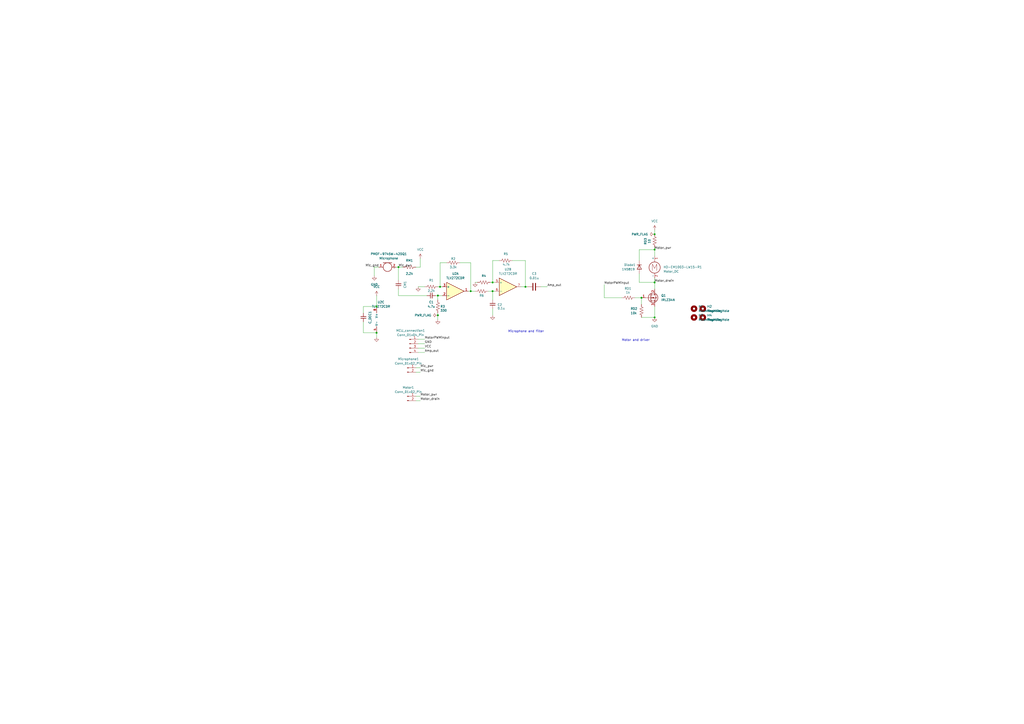
<source format=kicad_sch>
(kicad_sch
	(version 20250114)
	(generator "eeschema")
	(generator_version "9.0")
	(uuid "c5231210-6b69-43b4-bd0c-0819e8c3e148")
	(paper "A2")
	(lib_symbols
		(symbol "Amplifier_Operational:L272M"
			(pin_names
				(offset 0.127)
			)
			(exclude_from_sim no)
			(in_bom yes)
			(on_board yes)
			(property "Reference" "U2"
				(at 0 10.16 0)
				(effects
					(font
						(size 1.27 1.27)
					)
				)
			)
			(property "Value" "TLV272CDR"
				(at 0 7.62 0)
				(effects
					(font
						(size 1.27 1.27)
					)
				)
			)
			(property "Footprint" "Package_DIP:DIP-8_W7.62mm_LongPads"
				(at 0 0 0)
				(effects
					(font
						(size 1.27 1.27)
					)
					(hide yes)
				)
			)
			(property "Datasheet" "www.st.com/resource/en/datasheet/l272.pdf"
				(at 0 0 0)
				(effects
					(font
						(size 1.27 1.27)
					)
					(hide yes)
				)
			)
			(property "Description" "Dual Power Operation Amplifier, DIP-8"
				(at 0 0 0)
				(effects
					(font
						(size 1.27 1.27)
					)
					(hide yes)
				)
			)
			(property "ki_locked" ""
				(at 0 0 0)
				(effects
					(font
						(size 1.27 1.27)
					)
				)
			)
			(property "ki_keywords" "dual power opamp"
				(at 0 0 0)
				(effects
					(font
						(size 1.27 1.27)
					)
					(hide yes)
				)
			)
			(property "ki_fp_filters" "*DIP*W7.62mm*"
				(at 0 0 0)
				(effects
					(font
						(size 1.27 1.27)
					)
					(hide yes)
				)
			)
			(symbol "L272M_1_1"
				(polyline
					(pts
						(xy -5.08 5.08) (xy 5.08 0) (xy -5.08 -5.08) (xy -5.08 5.08)
					)
					(stroke
						(width 0.254)
						(type default)
					)
					(fill
						(type background)
					)
				)
				(pin input line
					(at -7.62 2.54 0)
					(length 2.54)
					(name "+"
						(effects
							(font
								(size 1.27 1.27)
							)
						)
					)
					(number "3"
						(effects
							(font
								(size 1.27 1.27)
							)
						)
					)
				)
				(pin input line
					(at -7.62 -2.54 0)
					(length 2.54)
					(name "-"
						(effects
							(font
								(size 1.27 1.27)
							)
						)
					)
					(number "2"
						(effects
							(font
								(size 1.27 1.27)
							)
						)
					)
				)
				(pin output line
					(at 7.62 0 180)
					(length 2.54)
					(name "~"
						(effects
							(font
								(size 1.27 1.27)
							)
						)
					)
					(number "1"
						(effects
							(font
								(size 1.27 1.27)
							)
						)
					)
				)
			)
			(symbol "L272M_2_1"
				(polyline
					(pts
						(xy -5.08 5.08) (xy 5.08 0) (xy -5.08 -5.08) (xy -5.08 5.08)
					)
					(stroke
						(width 0.254)
						(type default)
					)
					(fill
						(type background)
					)
				)
				(pin input line
					(at -7.62 2.54 0)
					(length 2.54)
					(name "+"
						(effects
							(font
								(size 1.27 1.27)
							)
						)
					)
					(number "5"
						(effects
							(font
								(size 1.27 1.27)
							)
						)
					)
				)
				(pin input line
					(at -7.62 -2.54 0)
					(length 2.54)
					(name "-"
						(effects
							(font
								(size 1.27 1.27)
							)
						)
					)
					(number "6"
						(effects
							(font
								(size 1.27 1.27)
							)
						)
					)
				)
				(pin output line
					(at 7.62 0 180)
					(length 2.54)
					(name "~"
						(effects
							(font
								(size 1.27 1.27)
							)
						)
					)
					(number "7"
						(effects
							(font
								(size 1.27 1.27)
							)
						)
					)
				)
			)
			(symbol "L272M_3_1"
				(pin power_in line
					(at -2.54 7.62 270)
					(length 3.81)
					(name "V+"
						(effects
							(font
								(size 1.27 1.27)
							)
						)
					)
					(number "8"
						(effects
							(font
								(size 1.27 1.27)
							)
						)
					)
				)
				(pin power_in line
					(at -2.54 -7.62 90)
					(length 3.81)
					(name "V-"
						(effects
							(font
								(size 1.27 1.27)
							)
						)
					)
					(number "4"
						(effects
							(font
								(size 1.27 1.27)
							)
						)
					)
				)
			)
			(embedded_fonts no)
		)
		(symbol "Connector:Conn_01x02_Pin"
			(pin_names
				(offset 1.016)
				(hide yes)
			)
			(exclude_from_sim no)
			(in_bom yes)
			(on_board yes)
			(property "Reference" "J"
				(at 0 2.54 0)
				(effects
					(font
						(size 1.27 1.27)
					)
				)
			)
			(property "Value" "Conn_01x02_Pin"
				(at 0 -5.08 0)
				(effects
					(font
						(size 1.27 1.27)
					)
				)
			)
			(property "Footprint" ""
				(at 0 0 0)
				(effects
					(font
						(size 1.27 1.27)
					)
					(hide yes)
				)
			)
			(property "Datasheet" "~"
				(at 0 0 0)
				(effects
					(font
						(size 1.27 1.27)
					)
					(hide yes)
				)
			)
			(property "Description" "Generic connector, single row, 01x02, script generated"
				(at 0 0 0)
				(effects
					(font
						(size 1.27 1.27)
					)
					(hide yes)
				)
			)
			(property "ki_locked" ""
				(at 0 0 0)
				(effects
					(font
						(size 1.27 1.27)
					)
				)
			)
			(property "ki_keywords" "connector"
				(at 0 0 0)
				(effects
					(font
						(size 1.27 1.27)
					)
					(hide yes)
				)
			)
			(property "ki_fp_filters" "Connector*:*_1x??_*"
				(at 0 0 0)
				(effects
					(font
						(size 1.27 1.27)
					)
					(hide yes)
				)
			)
			(symbol "Conn_01x02_Pin_1_1"
				(rectangle
					(start 0.8636 0.127)
					(end 0 -0.127)
					(stroke
						(width 0.1524)
						(type default)
					)
					(fill
						(type outline)
					)
				)
				(rectangle
					(start 0.8636 -2.413)
					(end 0 -2.667)
					(stroke
						(width 0.1524)
						(type default)
					)
					(fill
						(type outline)
					)
				)
				(polyline
					(pts
						(xy 1.27 0) (xy 0.8636 0)
					)
					(stroke
						(width 0.1524)
						(type default)
					)
					(fill
						(type none)
					)
				)
				(polyline
					(pts
						(xy 1.27 -2.54) (xy 0.8636 -2.54)
					)
					(stroke
						(width 0.1524)
						(type default)
					)
					(fill
						(type none)
					)
				)
				(pin passive line
					(at 5.08 0 180)
					(length 3.81)
					(name "Pin_1"
						(effects
							(font
								(size 1.27 1.27)
							)
						)
					)
					(number "1"
						(effects
							(font
								(size 1.27 1.27)
							)
						)
					)
				)
				(pin passive line
					(at 5.08 -2.54 180)
					(length 3.81)
					(name "Pin_2"
						(effects
							(font
								(size 1.27 1.27)
							)
						)
					)
					(number "2"
						(effects
							(font
								(size 1.27 1.27)
							)
						)
					)
				)
			)
			(embedded_fonts no)
		)
		(symbol "Connector:Conn_01x04_Pin"
			(pin_names
				(offset 1.016)
				(hide yes)
			)
			(exclude_from_sim no)
			(in_bom yes)
			(on_board yes)
			(property "Reference" "J"
				(at 0 5.08 0)
				(effects
					(font
						(size 1.27 1.27)
					)
				)
			)
			(property "Value" "Conn_01x04_Pin"
				(at 0 -7.62 0)
				(effects
					(font
						(size 1.27 1.27)
					)
				)
			)
			(property "Footprint" ""
				(at 0 0 0)
				(effects
					(font
						(size 1.27 1.27)
					)
					(hide yes)
				)
			)
			(property "Datasheet" "~"
				(at 0 0 0)
				(effects
					(font
						(size 1.27 1.27)
					)
					(hide yes)
				)
			)
			(property "Description" "Generic connector, single row, 01x04, script generated"
				(at 0 0 0)
				(effects
					(font
						(size 1.27 1.27)
					)
					(hide yes)
				)
			)
			(property "ki_locked" ""
				(at 0 0 0)
				(effects
					(font
						(size 1.27 1.27)
					)
				)
			)
			(property "ki_keywords" "connector"
				(at 0 0 0)
				(effects
					(font
						(size 1.27 1.27)
					)
					(hide yes)
				)
			)
			(property "ki_fp_filters" "Connector*:*_1x??_*"
				(at 0 0 0)
				(effects
					(font
						(size 1.27 1.27)
					)
					(hide yes)
				)
			)
			(symbol "Conn_01x04_Pin_1_1"
				(rectangle
					(start 0.8636 2.667)
					(end 0 2.413)
					(stroke
						(width 0.1524)
						(type default)
					)
					(fill
						(type outline)
					)
				)
				(rectangle
					(start 0.8636 0.127)
					(end 0 -0.127)
					(stroke
						(width 0.1524)
						(type default)
					)
					(fill
						(type outline)
					)
				)
				(rectangle
					(start 0.8636 -2.413)
					(end 0 -2.667)
					(stroke
						(width 0.1524)
						(type default)
					)
					(fill
						(type outline)
					)
				)
				(rectangle
					(start 0.8636 -4.953)
					(end 0 -5.207)
					(stroke
						(width 0.1524)
						(type default)
					)
					(fill
						(type outline)
					)
				)
				(polyline
					(pts
						(xy 1.27 2.54) (xy 0.8636 2.54)
					)
					(stroke
						(width 0.1524)
						(type default)
					)
					(fill
						(type none)
					)
				)
				(polyline
					(pts
						(xy 1.27 0) (xy 0.8636 0)
					)
					(stroke
						(width 0.1524)
						(type default)
					)
					(fill
						(type none)
					)
				)
				(polyline
					(pts
						(xy 1.27 -2.54) (xy 0.8636 -2.54)
					)
					(stroke
						(width 0.1524)
						(type default)
					)
					(fill
						(type none)
					)
				)
				(polyline
					(pts
						(xy 1.27 -5.08) (xy 0.8636 -5.08)
					)
					(stroke
						(width 0.1524)
						(type default)
					)
					(fill
						(type none)
					)
				)
				(pin passive line
					(at 5.08 2.54 180)
					(length 3.81)
					(name "Pin_1"
						(effects
							(font
								(size 1.27 1.27)
							)
						)
					)
					(number "1"
						(effects
							(font
								(size 1.27 1.27)
							)
						)
					)
				)
				(pin passive line
					(at 5.08 0 180)
					(length 3.81)
					(name "Pin_2"
						(effects
							(font
								(size 1.27 1.27)
							)
						)
					)
					(number "2"
						(effects
							(font
								(size 1.27 1.27)
							)
						)
					)
				)
				(pin passive line
					(at 5.08 -2.54 180)
					(length 3.81)
					(name "Pin_3"
						(effects
							(font
								(size 1.27 1.27)
							)
						)
					)
					(number "3"
						(effects
							(font
								(size 1.27 1.27)
							)
						)
					)
				)
				(pin passive line
					(at 5.08 -5.08 180)
					(length 3.81)
					(name "Pin_4"
						(effects
							(font
								(size 1.27 1.27)
							)
						)
					)
					(number "4"
						(effects
							(font
								(size 1.27 1.27)
							)
						)
					)
				)
			)
			(embedded_fonts no)
		)
		(symbol "Device:C"
			(pin_numbers
				(hide yes)
			)
			(pin_names
				(offset 0.254)
			)
			(exclude_from_sim no)
			(in_bom yes)
			(on_board yes)
			(property "Reference" "C"
				(at 0.635 2.54 0)
				(effects
					(font
						(size 1.27 1.27)
					)
					(justify left)
				)
			)
			(property "Value" "C"
				(at 0.635 -2.54 0)
				(effects
					(font
						(size 1.27 1.27)
					)
					(justify left)
				)
			)
			(property "Footprint" ""
				(at 0.9652 -3.81 0)
				(effects
					(font
						(size 1.27 1.27)
					)
					(hide yes)
				)
			)
			(property "Datasheet" "~"
				(at 0 0 0)
				(effects
					(font
						(size 1.27 1.27)
					)
					(hide yes)
				)
			)
			(property "Description" "Unpolarized capacitor"
				(at 0 0 0)
				(effects
					(font
						(size 1.27 1.27)
					)
					(hide yes)
				)
			)
			(property "ki_keywords" "cap capacitor"
				(at 0 0 0)
				(effects
					(font
						(size 1.27 1.27)
					)
					(hide yes)
				)
			)
			(property "ki_fp_filters" "C_*"
				(at 0 0 0)
				(effects
					(font
						(size 1.27 1.27)
					)
					(hide yes)
				)
			)
			(symbol "C_0_1"
				(polyline
					(pts
						(xy -2.032 0.762) (xy 2.032 0.762)
					)
					(stroke
						(width 0.508)
						(type default)
					)
					(fill
						(type none)
					)
				)
				(polyline
					(pts
						(xy -2.032 -0.762) (xy 2.032 -0.762)
					)
					(stroke
						(width 0.508)
						(type default)
					)
					(fill
						(type none)
					)
				)
			)
			(symbol "C_1_1"
				(pin passive line
					(at 0 3.81 270)
					(length 2.794)
					(name "~"
						(effects
							(font
								(size 1.27 1.27)
							)
						)
					)
					(number "1"
						(effects
							(font
								(size 1.27 1.27)
							)
						)
					)
				)
				(pin passive line
					(at 0 -3.81 90)
					(length 2.794)
					(name "~"
						(effects
							(font
								(size 1.27 1.27)
							)
						)
					)
					(number "2"
						(effects
							(font
								(size 1.27 1.27)
							)
						)
					)
				)
			)
			(embedded_fonts no)
		)
		(symbol "Device:C_Small"
			(pin_numbers
				(hide yes)
			)
			(pin_names
				(offset 0.254)
				(hide yes)
			)
			(exclude_from_sim no)
			(in_bom yes)
			(on_board yes)
			(property "Reference" "C"
				(at 0.254 1.778 0)
				(effects
					(font
						(size 1.27 1.27)
					)
					(justify left)
				)
			)
			(property "Value" "C_Small"
				(at 0.254 -2.032 0)
				(effects
					(font
						(size 1.27 1.27)
					)
					(justify left)
				)
			)
			(property "Footprint" ""
				(at 0 0 0)
				(effects
					(font
						(size 1.27 1.27)
					)
					(hide yes)
				)
			)
			(property "Datasheet" "~"
				(at 0 0 0)
				(effects
					(font
						(size 1.27 1.27)
					)
					(hide yes)
				)
			)
			(property "Description" "Unpolarized capacitor, small symbol"
				(at 0 0 0)
				(effects
					(font
						(size 1.27 1.27)
					)
					(hide yes)
				)
			)
			(property "ki_keywords" "capacitor cap"
				(at 0 0 0)
				(effects
					(font
						(size 1.27 1.27)
					)
					(hide yes)
				)
			)
			(property "ki_fp_filters" "C_*"
				(at 0 0 0)
				(effects
					(font
						(size 1.27 1.27)
					)
					(hide yes)
				)
			)
			(symbol "C_Small_0_1"
				(polyline
					(pts
						(xy -1.524 0.508) (xy 1.524 0.508)
					)
					(stroke
						(width 0.3048)
						(type default)
					)
					(fill
						(type none)
					)
				)
				(polyline
					(pts
						(xy -1.524 -0.508) (xy 1.524 -0.508)
					)
					(stroke
						(width 0.3302)
						(type default)
					)
					(fill
						(type none)
					)
				)
			)
			(symbol "C_Small_1_1"
				(pin passive line
					(at 0 2.54 270)
					(length 2.032)
					(name "~"
						(effects
							(font
								(size 1.27 1.27)
							)
						)
					)
					(number "1"
						(effects
							(font
								(size 1.27 1.27)
							)
						)
					)
				)
				(pin passive line
					(at 0 -2.54 90)
					(length 2.032)
					(name "~"
						(effects
							(font
								(size 1.27 1.27)
							)
						)
					)
					(number "2"
						(effects
							(font
								(size 1.27 1.27)
							)
						)
					)
				)
			)
			(embedded_fonts no)
		)
		(symbol "Device:Microphone"
			(pin_names
				(offset 0.0254)
				(hide yes)
			)
			(exclude_from_sim no)
			(in_bom yes)
			(on_board yes)
			(property "Reference" "MK"
				(at -3.81 1.27 0)
				(effects
					(font
						(size 1.27 1.27)
					)
					(justify right)
				)
			)
			(property "Value" "Microphone"
				(at -3.81 -0.635 0)
				(effects
					(font
						(size 1.27 1.27)
					)
					(justify right)
				)
			)
			(property "Footprint" ""
				(at 0 2.54 90)
				(effects
					(font
						(size 1.27 1.27)
					)
					(hide yes)
				)
			)
			(property "Datasheet" "~"
				(at 0 2.54 90)
				(effects
					(font
						(size 1.27 1.27)
					)
					(hide yes)
				)
			)
			(property "Description" "Microphone"
				(at 0 0 0)
				(effects
					(font
						(size 1.27 1.27)
					)
					(hide yes)
				)
			)
			(property "ki_keywords" "microphone"
				(at 0 0 0)
				(effects
					(font
						(size 1.27 1.27)
					)
					(hide yes)
				)
			)
			(symbol "Microphone_0_1"
				(polyline
					(pts
						(xy -2.54 2.54) (xy -2.54 -2.54)
					)
					(stroke
						(width 0.254)
						(type default)
					)
					(fill
						(type none)
					)
				)
				(circle
					(center 0 0)
					(radius 2.54)
					(stroke
						(width 0.254)
						(type default)
					)
					(fill
						(type none)
					)
				)
				(polyline
					(pts
						(xy 0.254 3.81) (xy 0.762 3.81)
					)
					(stroke
						(width 0)
						(type default)
					)
					(fill
						(type none)
					)
				)
				(polyline
					(pts
						(xy 0.508 4.064) (xy 0.508 3.556)
					)
					(stroke
						(width 0)
						(type default)
					)
					(fill
						(type none)
					)
				)
			)
			(symbol "Microphone_1_1"
				(pin passive line
					(at 0 5.08 270)
					(length 2.54)
					(name "+"
						(effects
							(font
								(size 1.27 1.27)
							)
						)
					)
					(number "2"
						(effects
							(font
								(size 1.27 1.27)
							)
						)
					)
				)
				(pin passive line
					(at 0 -5.08 90)
					(length 2.54)
					(name "-"
						(effects
							(font
								(size 1.27 1.27)
							)
						)
					)
					(number "1"
						(effects
							(font
								(size 1.27 1.27)
							)
						)
					)
				)
			)
			(embedded_fonts no)
		)
		(symbol "Device:R_US"
			(pin_numbers
				(hide yes)
			)
			(pin_names
				(offset 0)
			)
			(exclude_from_sim no)
			(in_bom yes)
			(on_board yes)
			(property "Reference" "R"
				(at 2.54 0 90)
				(effects
					(font
						(size 1.27 1.27)
					)
				)
			)
			(property "Value" "R_US"
				(at -2.54 0 90)
				(effects
					(font
						(size 1.27 1.27)
					)
				)
			)
			(property "Footprint" ""
				(at 1.016 -0.254 90)
				(effects
					(font
						(size 1.27 1.27)
					)
					(hide yes)
				)
			)
			(property "Datasheet" "~"
				(at 0 0 0)
				(effects
					(font
						(size 1.27 1.27)
					)
					(hide yes)
				)
			)
			(property "Description" "Resistor, US symbol"
				(at 0 0 0)
				(effects
					(font
						(size 1.27 1.27)
					)
					(hide yes)
				)
			)
			(property "ki_keywords" "R res resistor"
				(at 0 0 0)
				(effects
					(font
						(size 1.27 1.27)
					)
					(hide yes)
				)
			)
			(property "ki_fp_filters" "R_*"
				(at 0 0 0)
				(effects
					(font
						(size 1.27 1.27)
					)
					(hide yes)
				)
			)
			(symbol "R_US_0_1"
				(polyline
					(pts
						(xy 0 2.286) (xy 0 2.54)
					)
					(stroke
						(width 0)
						(type default)
					)
					(fill
						(type none)
					)
				)
				(polyline
					(pts
						(xy 0 2.286) (xy 1.016 1.905) (xy 0 1.524) (xy -1.016 1.143) (xy 0 0.762)
					)
					(stroke
						(width 0)
						(type default)
					)
					(fill
						(type none)
					)
				)
				(polyline
					(pts
						(xy 0 0.762) (xy 1.016 0.381) (xy 0 0) (xy -1.016 -0.381) (xy 0 -0.762)
					)
					(stroke
						(width 0)
						(type default)
					)
					(fill
						(type none)
					)
				)
				(polyline
					(pts
						(xy 0 -0.762) (xy 1.016 -1.143) (xy 0 -1.524) (xy -1.016 -1.905) (xy 0 -2.286)
					)
					(stroke
						(width 0)
						(type default)
					)
					(fill
						(type none)
					)
				)
				(polyline
					(pts
						(xy 0 -2.286) (xy 0 -2.54)
					)
					(stroke
						(width 0)
						(type default)
					)
					(fill
						(type none)
					)
				)
			)
			(symbol "R_US_1_1"
				(pin passive line
					(at 0 3.81 270)
					(length 1.27)
					(name "~"
						(effects
							(font
								(size 1.27 1.27)
							)
						)
					)
					(number "1"
						(effects
							(font
								(size 1.27 1.27)
							)
						)
					)
				)
				(pin passive line
					(at 0 -3.81 90)
					(length 1.27)
					(name "~"
						(effects
							(font
								(size 1.27 1.27)
							)
						)
					)
					(number "2"
						(effects
							(font
								(size 1.27 1.27)
							)
						)
					)
				)
			)
			(embedded_fonts no)
		)
		(symbol "Diode:1N4007"
			(pin_numbers
				(hide yes)
			)
			(pin_names
				(hide yes)
			)
			(exclude_from_sim no)
			(in_bom yes)
			(on_board yes)
			(property "Reference" "D"
				(at 0 2.54 0)
				(effects
					(font
						(size 1.27 1.27)
					)
				)
			)
			(property "Value" "1N4007"
				(at 0 -2.54 0)
				(effects
					(font
						(size 1.27 1.27)
					)
				)
			)
			(property "Footprint" "Diode_THT:D_DO-41_SOD81_P10.16mm_Horizontal"
				(at 0 -4.445 0)
				(effects
					(font
						(size 1.27 1.27)
					)
					(hide yes)
				)
			)
			(property "Datasheet" "http://www.vishay.com/docs/88503/1n4001.pdf"
				(at 0 0 0)
				(effects
					(font
						(size 1.27 1.27)
					)
					(hide yes)
				)
			)
			(property "Description" "1000V 1A General Purpose Rectifier Diode, DO-41"
				(at 0 0 0)
				(effects
					(font
						(size 1.27 1.27)
					)
					(hide yes)
				)
			)
			(property "Sim.Device" "D"
				(at 0 0 0)
				(effects
					(font
						(size 1.27 1.27)
					)
					(hide yes)
				)
			)
			(property "Sim.Pins" "1=K 2=A"
				(at 0 0 0)
				(effects
					(font
						(size 1.27 1.27)
					)
					(hide yes)
				)
			)
			(property "ki_keywords" "diode"
				(at 0 0 0)
				(effects
					(font
						(size 1.27 1.27)
					)
					(hide yes)
				)
			)
			(property "ki_fp_filters" "D*DO?41*"
				(at 0 0 0)
				(effects
					(font
						(size 1.27 1.27)
					)
					(hide yes)
				)
			)
			(symbol "1N4007_0_1"
				(polyline
					(pts
						(xy -1.27 1.27) (xy -1.27 -1.27)
					)
					(stroke
						(width 0.254)
						(type default)
					)
					(fill
						(type none)
					)
				)
				(polyline
					(pts
						(xy 1.27 1.27) (xy 1.27 -1.27) (xy -1.27 0) (xy 1.27 1.27)
					)
					(stroke
						(width 0.254)
						(type default)
					)
					(fill
						(type none)
					)
				)
				(polyline
					(pts
						(xy 1.27 0) (xy -1.27 0)
					)
					(stroke
						(width 0)
						(type default)
					)
					(fill
						(type none)
					)
				)
			)
			(symbol "1N4007_1_1"
				(pin passive line
					(at -3.81 0 0)
					(length 2.54)
					(name "K"
						(effects
							(font
								(size 1.27 1.27)
							)
						)
					)
					(number "1"
						(effects
							(font
								(size 1.27 1.27)
							)
						)
					)
				)
				(pin passive line
					(at 3.81 0 180)
					(length 2.54)
					(name "A"
						(effects
							(font
								(size 1.27 1.27)
							)
						)
					)
					(number "2"
						(effects
							(font
								(size 1.27 1.27)
							)
						)
					)
				)
			)
			(embedded_fonts no)
		)
		(symbol "L272M_1"
			(pin_names
				(offset 0.127)
			)
			(exclude_from_sim no)
			(in_bom yes)
			(on_board yes)
			(property "Reference" "U2"
				(at 0 10.16 0)
				(effects
					(font
						(size 1.27 1.27)
					)
				)
			)
			(property "Value" "TLV272CDR"
				(at 0 7.62 0)
				(effects
					(font
						(size 1.27 1.27)
					)
				)
			)
			(property "Footprint" "Package_DIP:DIP-8_W7.62mm_LongPads"
				(at 0 0 0)
				(effects
					(font
						(size 1.27 1.27)
					)
					(hide yes)
				)
			)
			(property "Datasheet" "www.st.com/resource/en/datasheet/l272.pdf"
				(at 0 0 0)
				(effects
					(font
						(size 1.27 1.27)
					)
					(hide yes)
				)
			)
			(property "Description" "Dual Power Operation Amplifier, DIP-8"
				(at 0 0 0)
				(effects
					(font
						(size 1.27 1.27)
					)
					(hide yes)
				)
			)
			(property "ki_locked" ""
				(at 0 0 0)
				(effects
					(font
						(size 1.27 1.27)
					)
				)
			)
			(property "ki_keywords" "dual power opamp"
				(at 0 0 0)
				(effects
					(font
						(size 1.27 1.27)
					)
					(hide yes)
				)
			)
			(property "ki_fp_filters" "*DIP*W7.62mm*"
				(at 0 0 0)
				(effects
					(font
						(size 1.27 1.27)
					)
					(hide yes)
				)
			)
			(symbol "L272M_1_1_1"
				(polyline
					(pts
						(xy -5.08 5.08) (xy 5.08 0) (xy -5.08 -5.08) (xy -5.08 5.08)
					)
					(stroke
						(width 0.254)
						(type default)
					)
					(fill
						(type background)
					)
				)
				(pin input line
					(at -7.62 2.54 0)
					(length 2.54)
					(name "+"
						(effects
							(font
								(size 1.27 1.27)
							)
						)
					)
					(number "3"
						(effects
							(font
								(size 1.27 1.27)
							)
						)
					)
				)
				(pin input line
					(at -7.62 -2.54 0)
					(length 2.54)
					(name "-"
						(effects
							(font
								(size 1.27 1.27)
							)
						)
					)
					(number "2"
						(effects
							(font
								(size 1.27 1.27)
							)
						)
					)
				)
				(pin output line
					(at 7.62 0 180)
					(length 2.54)
					(name "~"
						(effects
							(font
								(size 1.27 1.27)
							)
						)
					)
					(number "1"
						(effects
							(font
								(size 1.27 1.27)
							)
						)
					)
				)
			)
			(symbol "L272M_1_2_1"
				(polyline
					(pts
						(xy -5.08 5.08) (xy 5.08 0) (xy -5.08 -5.08) (xy -5.08 5.08)
					)
					(stroke
						(width 0.254)
						(type default)
					)
					(fill
						(type background)
					)
				)
				(pin input line
					(at -7.62 2.54 0)
					(length 2.54)
					(name "+"
						(effects
							(font
								(size 1.27 1.27)
							)
						)
					)
					(number "5"
						(effects
							(font
								(size 1.27 1.27)
							)
						)
					)
				)
				(pin input line
					(at -7.62 -2.54 0)
					(length 2.54)
					(name "-"
						(effects
							(font
								(size 1.27 1.27)
							)
						)
					)
					(number "6"
						(effects
							(font
								(size 1.27 1.27)
							)
						)
					)
				)
				(pin output line
					(at 7.62 0 180)
					(length 2.54)
					(name "~"
						(effects
							(font
								(size 1.27 1.27)
							)
						)
					)
					(number "7"
						(effects
							(font
								(size 1.27 1.27)
							)
						)
					)
				)
			)
			(symbol "L272M_1_3_1"
				(pin power_in line
					(at -2.54 7.62 270)
					(length 3.81)
					(name "V+"
						(effects
							(font
								(size 1.27 1.27)
							)
						)
					)
					(number "8"
						(effects
							(font
								(size 1.27 1.27)
							)
						)
					)
				)
				(pin power_in line
					(at -2.54 -7.62 90)
					(length 3.81)
					(name "V-"
						(effects
							(font
								(size 1.27 1.27)
							)
						)
					)
					(number "4"
						(effects
							(font
								(size 1.27 1.27)
							)
						)
					)
				)
			)
			(embedded_fonts no)
		)
		(symbol "L272M_2"
			(pin_names
				(offset 0.127)
			)
			(exclude_from_sim no)
			(in_bom yes)
			(on_board yes)
			(property "Reference" "U2"
				(at 0 10.16 0)
				(effects
					(font
						(size 1.27 1.27)
					)
				)
			)
			(property "Value" "TLV272CDR"
				(at 0 7.62 0)
				(effects
					(font
						(size 1.27 1.27)
					)
				)
			)
			(property "Footprint" "Package_DIP:DIP-8_W7.62mm_LongPads"
				(at 0 0 0)
				(effects
					(font
						(size 1.27 1.27)
					)
					(hide yes)
				)
			)
			(property "Datasheet" "www.st.com/resource/en/datasheet/l272.pdf"
				(at 0 0 0)
				(effects
					(font
						(size 1.27 1.27)
					)
					(hide yes)
				)
			)
			(property "Description" "Dual Power Operation Amplifier, DIP-8"
				(at 0 0 0)
				(effects
					(font
						(size 1.27 1.27)
					)
					(hide yes)
				)
			)
			(property "ki_locked" ""
				(at 0 0 0)
				(effects
					(font
						(size 1.27 1.27)
					)
				)
			)
			(property "ki_keywords" "dual power opamp"
				(at 0 0 0)
				(effects
					(font
						(size 1.27 1.27)
					)
					(hide yes)
				)
			)
			(property "ki_fp_filters" "*DIP*W7.62mm*"
				(at 0 0 0)
				(effects
					(font
						(size 1.27 1.27)
					)
					(hide yes)
				)
			)
			(symbol "L272M_2_1_1"
				(polyline
					(pts
						(xy -5.08 5.08) (xy 5.08 0) (xy -5.08 -5.08) (xy -5.08 5.08)
					)
					(stroke
						(width 0.254)
						(type default)
					)
					(fill
						(type background)
					)
				)
				(pin input line
					(at -7.62 2.54 0)
					(length 2.54)
					(name "+"
						(effects
							(font
								(size 1.27 1.27)
							)
						)
					)
					(number "3"
						(effects
							(font
								(size 1.27 1.27)
							)
						)
					)
				)
				(pin input line
					(at -7.62 -2.54 0)
					(length 2.54)
					(name "-"
						(effects
							(font
								(size 1.27 1.27)
							)
						)
					)
					(number "2"
						(effects
							(font
								(size 1.27 1.27)
							)
						)
					)
				)
				(pin output line
					(at 7.62 0 180)
					(length 2.54)
					(name "~"
						(effects
							(font
								(size 1.27 1.27)
							)
						)
					)
					(number "1"
						(effects
							(font
								(size 1.27 1.27)
							)
						)
					)
				)
			)
			(symbol "L272M_2_2_1"
				(polyline
					(pts
						(xy -5.08 5.08) (xy 5.08 0) (xy -5.08 -5.08) (xy -5.08 5.08)
					)
					(stroke
						(width 0.254)
						(type default)
					)
					(fill
						(type background)
					)
				)
				(pin input line
					(at -7.62 2.54 0)
					(length 2.54)
					(name "+"
						(effects
							(font
								(size 1.27 1.27)
							)
						)
					)
					(number "5"
						(effects
							(font
								(size 1.27 1.27)
							)
						)
					)
				)
				(pin input line
					(at -7.62 -2.54 0)
					(length 2.54)
					(name "-"
						(effects
							(font
								(size 1.27 1.27)
							)
						)
					)
					(number "6"
						(effects
							(font
								(size 1.27 1.27)
							)
						)
					)
				)
				(pin output line
					(at 7.62 0 180)
					(length 2.54)
					(name "~"
						(effects
							(font
								(size 1.27 1.27)
							)
						)
					)
					(number "7"
						(effects
							(font
								(size 1.27 1.27)
							)
						)
					)
				)
			)
			(symbol "L272M_2_3_1"
				(pin power_in line
					(at -2.54 7.62 270)
					(length 3.81)
					(name "V+"
						(effects
							(font
								(size 1.27 1.27)
							)
						)
					)
					(number "8"
						(effects
							(font
								(size 1.27 1.27)
							)
						)
					)
				)
				(pin power_in line
					(at -2.54 -7.62 90)
					(length 3.81)
					(name "V-"
						(effects
							(font
								(size 1.27 1.27)
							)
						)
					)
					(number "4"
						(effects
							(font
								(size 1.27 1.27)
							)
						)
					)
				)
			)
			(embedded_fonts no)
		)
		(symbol "Mechanical:MountingHole"
			(pin_names
				(offset 1.016)
			)
			(exclude_from_sim no)
			(in_bom no)
			(on_board yes)
			(property "Reference" "H"
				(at 0 5.08 0)
				(effects
					(font
						(size 1.27 1.27)
					)
				)
			)
			(property "Value" "MountingHole"
				(at 0 3.175 0)
				(effects
					(font
						(size 1.27 1.27)
					)
				)
			)
			(property "Footprint" ""
				(at 0 0 0)
				(effects
					(font
						(size 1.27 1.27)
					)
					(hide yes)
				)
			)
			(property "Datasheet" "~"
				(at 0 0 0)
				(effects
					(font
						(size 1.27 1.27)
					)
					(hide yes)
				)
			)
			(property "Description" "Mounting Hole without connection"
				(at 0 0 0)
				(effects
					(font
						(size 1.27 1.27)
					)
					(hide yes)
				)
			)
			(property "ki_keywords" "mounting hole"
				(at 0 0 0)
				(effects
					(font
						(size 1.27 1.27)
					)
					(hide yes)
				)
			)
			(property "ki_fp_filters" "MountingHole*"
				(at 0 0 0)
				(effects
					(font
						(size 1.27 1.27)
					)
					(hide yes)
				)
			)
			(symbol "MountingHole_0_1"
				(circle
					(center 0 0)
					(radius 1.27)
					(stroke
						(width 1.27)
						(type default)
					)
					(fill
						(type none)
					)
				)
			)
			(embedded_fonts no)
		)
		(symbol "Motor:Motor_DC"
			(pin_names
				(offset 0)
			)
			(exclude_from_sim no)
			(in_bom yes)
			(on_board yes)
			(property "Reference" "M"
				(at 2.54 2.54 0)
				(effects
					(font
						(size 1.27 1.27)
					)
					(justify left)
				)
			)
			(property "Value" "Motor_DC"
				(at 2.54 -5.08 0)
				(effects
					(font
						(size 1.27 1.27)
					)
					(justify left top)
				)
			)
			(property "Footprint" ""
				(at 0 -2.286 0)
				(effects
					(font
						(size 1.27 1.27)
					)
					(hide yes)
				)
			)
			(property "Datasheet" "~"
				(at 0 -2.286 0)
				(effects
					(font
						(size 1.27 1.27)
					)
					(hide yes)
				)
			)
			(property "Description" "DC Motor"
				(at 0 0 0)
				(effects
					(font
						(size 1.27 1.27)
					)
					(hide yes)
				)
			)
			(property "ki_keywords" "DC Motor"
				(at 0 0 0)
				(effects
					(font
						(size 1.27 1.27)
					)
					(hide yes)
				)
			)
			(property "ki_fp_filters" "PinHeader*P2.54mm* TerminalBlock*"
				(at 0 0 0)
				(effects
					(font
						(size 1.27 1.27)
					)
					(hide yes)
				)
			)
			(symbol "Motor_DC_0_0"
				(polyline
					(pts
						(xy -1.27 -3.302) (xy -1.27 0.508) (xy 0 -2.032) (xy 1.27 0.508) (xy 1.27 -3.302)
					)
					(stroke
						(width 0)
						(type default)
					)
					(fill
						(type none)
					)
				)
			)
			(symbol "Motor_DC_0_1"
				(polyline
					(pts
						(xy 0 2.032) (xy 0 2.54)
					)
					(stroke
						(width 0)
						(type default)
					)
					(fill
						(type none)
					)
				)
				(polyline
					(pts
						(xy 0 1.7272) (xy 0 2.0828)
					)
					(stroke
						(width 0)
						(type default)
					)
					(fill
						(type none)
					)
				)
				(circle
					(center 0 -1.524)
					(radius 3.2512)
					(stroke
						(width 0.254)
						(type default)
					)
					(fill
						(type none)
					)
				)
				(polyline
					(pts
						(xy 0 -4.7752) (xy 0 -5.1816)
					)
					(stroke
						(width 0)
						(type default)
					)
					(fill
						(type none)
					)
				)
				(polyline
					(pts
						(xy 0 -7.62) (xy 0 -7.112)
					)
					(stroke
						(width 0)
						(type default)
					)
					(fill
						(type none)
					)
				)
			)
			(symbol "Motor_DC_1_1"
				(pin passive line
					(at 0 5.08 270)
					(length 2.54)
					(name "+"
						(effects
							(font
								(size 1.27 1.27)
							)
						)
					)
					(number "1"
						(effects
							(font
								(size 1.27 1.27)
							)
						)
					)
				)
				(pin passive line
					(at 0 -7.62 90)
					(length 2.54)
					(name "-"
						(effects
							(font
								(size 1.27 1.27)
							)
						)
					)
					(number "2"
						(effects
							(font
								(size 1.27 1.27)
							)
						)
					)
				)
			)
			(embedded_fonts no)
		)
		(symbol "Transistor_FET:IRLZ34N"
			(pin_names
				(hide yes)
			)
			(exclude_from_sim no)
			(in_bom yes)
			(on_board yes)
			(property "Reference" "Q"
				(at 5.08 1.905 0)
				(effects
					(font
						(size 1.27 1.27)
					)
					(justify left)
				)
			)
			(property "Value" "IRLZ34N"
				(at 5.08 0 0)
				(effects
					(font
						(size 1.27 1.27)
					)
					(justify left)
				)
			)
			(property "Footprint" "Package_TO_SOT_THT:TO-220-3_Vertical"
				(at 5.08 -1.905 0)
				(effects
					(font
						(size 1.27 1.27)
						(italic yes)
					)
					(justify left)
					(hide yes)
				)
			)
			(property "Datasheet" "http://www.infineon.com/dgdl/irlz34npbf.pdf?fileId=5546d462533600a40153567206892720"
				(at 5.08 -3.81 0)
				(effects
					(font
						(size 1.27 1.27)
					)
					(justify left)
					(hide yes)
				)
			)
			(property "Description" "30A Id, 55V Vds, 35mOhm Rds, N-Channel HEXFET Power MOSFET, TO-220AB"
				(at 0 0 0)
				(effects
					(font
						(size 1.27 1.27)
					)
					(hide yes)
				)
			)
			(property "ki_keywords" "N-Channel HEXFET MOSFET Logic-Level"
				(at 0 0 0)
				(effects
					(font
						(size 1.27 1.27)
					)
					(hide yes)
				)
			)
			(property "ki_fp_filters" "TO?220*"
				(at 0 0 0)
				(effects
					(font
						(size 1.27 1.27)
					)
					(hide yes)
				)
			)
			(symbol "IRLZ34N_0_1"
				(polyline
					(pts
						(xy 0.254 1.905) (xy 0.254 -1.905)
					)
					(stroke
						(width 0.254)
						(type default)
					)
					(fill
						(type none)
					)
				)
				(polyline
					(pts
						(xy 0.254 0) (xy -2.54 0)
					)
					(stroke
						(width 0)
						(type default)
					)
					(fill
						(type none)
					)
				)
				(polyline
					(pts
						(xy 0.762 2.286) (xy 0.762 1.27)
					)
					(stroke
						(width 0.254)
						(type default)
					)
					(fill
						(type none)
					)
				)
				(polyline
					(pts
						(xy 0.762 0.508) (xy 0.762 -0.508)
					)
					(stroke
						(width 0.254)
						(type default)
					)
					(fill
						(type none)
					)
				)
				(polyline
					(pts
						(xy 0.762 -1.27) (xy 0.762 -2.286)
					)
					(stroke
						(width 0.254)
						(type default)
					)
					(fill
						(type none)
					)
				)
				(polyline
					(pts
						(xy 0.762 -1.778) (xy 3.302 -1.778) (xy 3.302 1.778) (xy 0.762 1.778)
					)
					(stroke
						(width 0)
						(type default)
					)
					(fill
						(type none)
					)
				)
				(polyline
					(pts
						(xy 1.016 0) (xy 2.032 0.381) (xy 2.032 -0.381) (xy 1.016 0)
					)
					(stroke
						(width 0)
						(type default)
					)
					(fill
						(type outline)
					)
				)
				(circle
					(center 1.651 0)
					(radius 2.794)
					(stroke
						(width 0.254)
						(type default)
					)
					(fill
						(type none)
					)
				)
				(polyline
					(pts
						(xy 2.54 2.54) (xy 2.54 1.778)
					)
					(stroke
						(width 0)
						(type default)
					)
					(fill
						(type none)
					)
				)
				(circle
					(center 2.54 1.778)
					(radius 0.254)
					(stroke
						(width 0)
						(type default)
					)
					(fill
						(type outline)
					)
				)
				(circle
					(center 2.54 -1.778)
					(radius 0.254)
					(stroke
						(width 0)
						(type default)
					)
					(fill
						(type outline)
					)
				)
				(polyline
					(pts
						(xy 2.54 -2.54) (xy 2.54 0) (xy 0.762 0)
					)
					(stroke
						(width 0)
						(type default)
					)
					(fill
						(type none)
					)
				)
				(polyline
					(pts
						(xy 2.794 0.508) (xy 2.921 0.381) (xy 3.683 0.381) (xy 3.81 0.254)
					)
					(stroke
						(width 0)
						(type default)
					)
					(fill
						(type none)
					)
				)
				(polyline
					(pts
						(xy 3.302 0.381) (xy 2.921 -0.254) (xy 3.683 -0.254) (xy 3.302 0.381)
					)
					(stroke
						(width 0)
						(type default)
					)
					(fill
						(type none)
					)
				)
			)
			(symbol "IRLZ34N_1_1"
				(pin input line
					(at -5.08 0 0)
					(length 2.54)
					(name "G"
						(effects
							(font
								(size 1.27 1.27)
							)
						)
					)
					(number "1"
						(effects
							(font
								(size 1.27 1.27)
							)
						)
					)
				)
				(pin passive line
					(at 2.54 5.08 270)
					(length 2.54)
					(name "D"
						(effects
							(font
								(size 1.27 1.27)
							)
						)
					)
					(number "2"
						(effects
							(font
								(size 1.27 1.27)
							)
						)
					)
				)
				(pin passive line
					(at 2.54 -5.08 90)
					(length 2.54)
					(name "S"
						(effects
							(font
								(size 1.27 1.27)
							)
						)
					)
					(number "3"
						(effects
							(font
								(size 1.27 1.27)
							)
						)
					)
				)
			)
			(embedded_fonts no)
		)
		(symbol "power:GND"
			(power)
			(pin_names
				(offset 0)
			)
			(exclude_from_sim no)
			(in_bom yes)
			(on_board yes)
			(property "Reference" "#PWR"
				(at 0 -6.35 0)
				(effects
					(font
						(size 1.27 1.27)
					)
					(hide yes)
				)
			)
			(property "Value" "GND"
				(at 0 -3.81 0)
				(effects
					(font
						(size 1.27 1.27)
					)
				)
			)
			(property "Footprint" ""
				(at 0 0 0)
				(effects
					(font
						(size 1.27 1.27)
					)
					(hide yes)
				)
			)
			(property "Datasheet" ""
				(at 0 0 0)
				(effects
					(font
						(size 1.27 1.27)
					)
					(hide yes)
				)
			)
			(property "Description" "Power symbol creates a global label with name \"GND\" , ground"
				(at 0 0 0)
				(effects
					(font
						(size 1.27 1.27)
					)
					(hide yes)
				)
			)
			(property "ki_keywords" "global power"
				(at 0 0 0)
				(effects
					(font
						(size 1.27 1.27)
					)
					(hide yes)
				)
			)
			(symbol "GND_0_1"
				(polyline
					(pts
						(xy 0 0) (xy 0 -1.27) (xy 1.27 -1.27) (xy 0 -2.54) (xy -1.27 -1.27) (xy 0 -1.27)
					)
					(stroke
						(width 0)
						(type default)
					)
					(fill
						(type none)
					)
				)
			)
			(symbol "GND_1_1"
				(pin power_in line
					(at 0 0 270)
					(length 0)
					(hide yes)
					(name "GND"
						(effects
							(font
								(size 1.27 1.27)
							)
						)
					)
					(number "1"
						(effects
							(font
								(size 1.27 1.27)
							)
						)
					)
				)
			)
			(embedded_fonts no)
		)
		(symbol "power:PWR_FLAG"
			(power)
			(pin_numbers
				(hide yes)
			)
			(pin_names
				(offset 0)
				(hide yes)
			)
			(exclude_from_sim no)
			(in_bom yes)
			(on_board yes)
			(property "Reference" "#FLG"
				(at 0 1.905 0)
				(effects
					(font
						(size 1.27 1.27)
					)
					(hide yes)
				)
			)
			(property "Value" "PWR_FLAG"
				(at 0 3.81 0)
				(effects
					(font
						(size 1.27 1.27)
					)
				)
			)
			(property "Footprint" ""
				(at 0 0 0)
				(effects
					(font
						(size 1.27 1.27)
					)
					(hide yes)
				)
			)
			(property "Datasheet" "~"
				(at 0 0 0)
				(effects
					(font
						(size 1.27 1.27)
					)
					(hide yes)
				)
			)
			(property "Description" "Special symbol for telling ERC where power comes from"
				(at 0 0 0)
				(effects
					(font
						(size 1.27 1.27)
					)
					(hide yes)
				)
			)
			(property "ki_keywords" "flag power"
				(at 0 0 0)
				(effects
					(font
						(size 1.27 1.27)
					)
					(hide yes)
				)
			)
			(symbol "PWR_FLAG_0_0"
				(pin power_out line
					(at 0 0 90)
					(length 0)
					(name "~"
						(effects
							(font
								(size 1.27 1.27)
							)
						)
					)
					(number "1"
						(effects
							(font
								(size 1.27 1.27)
							)
						)
					)
				)
			)
			(symbol "PWR_FLAG_0_1"
				(polyline
					(pts
						(xy 0 0) (xy 0 1.27) (xy -1.016 1.905) (xy 0 2.54) (xy 1.016 1.905) (xy 0 1.27)
					)
					(stroke
						(width 0)
						(type default)
					)
					(fill
						(type none)
					)
				)
			)
			(embedded_fonts no)
		)
		(symbol "power:VCC"
			(power)
			(pin_numbers
				(hide yes)
			)
			(pin_names
				(offset 0)
				(hide yes)
			)
			(exclude_from_sim no)
			(in_bom yes)
			(on_board yes)
			(property "Reference" "#PWR"
				(at 0 -3.81 0)
				(effects
					(font
						(size 1.27 1.27)
					)
					(hide yes)
				)
			)
			(property "Value" "VCC"
				(at 0 3.556 0)
				(effects
					(font
						(size 1.27 1.27)
					)
				)
			)
			(property "Footprint" ""
				(at 0 0 0)
				(effects
					(font
						(size 1.27 1.27)
					)
					(hide yes)
				)
			)
			(property "Datasheet" ""
				(at 0 0 0)
				(effects
					(font
						(size 1.27 1.27)
					)
					(hide yes)
				)
			)
			(property "Description" "Power symbol creates a global label with name \"VCC\""
				(at 0 0 0)
				(effects
					(font
						(size 1.27 1.27)
					)
					(hide yes)
				)
			)
			(property "ki_keywords" "global power"
				(at 0 0 0)
				(effects
					(font
						(size 1.27 1.27)
					)
					(hide yes)
				)
			)
			(symbol "VCC_0_1"
				(polyline
					(pts
						(xy -0.762 1.27) (xy 0 2.54)
					)
					(stroke
						(width 0)
						(type default)
					)
					(fill
						(type none)
					)
				)
				(polyline
					(pts
						(xy 0 2.54) (xy 0.762 1.27)
					)
					(stroke
						(width 0)
						(type default)
					)
					(fill
						(type none)
					)
				)
				(polyline
					(pts
						(xy 0 0) (xy 0 2.54)
					)
					(stroke
						(width 0)
						(type default)
					)
					(fill
						(type none)
					)
				)
			)
			(symbol "VCC_1_1"
				(pin power_in line
					(at 0 0 90)
					(length 0)
					(name "~"
						(effects
							(font
								(size 1.27 1.27)
							)
						)
					)
					(number "1"
						(effects
							(font
								(size 1.27 1.27)
							)
						)
					)
				)
			)
			(embedded_fonts no)
		)
	)
	(text "Motor and driver"
		(exclude_from_sim no)
		(at 360.68 198.12 0)
		(effects
			(font
				(size 1.27 1.27)
			)
			(justify left bottom)
		)
		(uuid "4574ede6-4926-4096-a602-da617ac944cf")
	)
	(text "Microphone and filter"
		(exclude_from_sim no)
		(at 294.64 193.04 0)
		(effects
			(font
				(size 1.27 1.27)
			)
			(justify left bottom)
		)
		(uuid "9d028030-2048-4a6d-9f76-af990f0c0900")
	)
	(junction
		(at 285.75 168.91)
		(diameter 0)
		(color 0 0 0 0)
		(uuid "045fbafd-8d11-462e-8c40-b9dcb1942036")
	)
	(junction
		(at 379.73 144.78)
		(diameter 0)
		(color 0 0 0 0)
		(uuid "18d91f19-66ea-4d47-9746-f38533a923c6")
	)
	(junction
		(at 254 171.45)
		(diameter 0)
		(color 0 0 0 0)
		(uuid "2c832b18-6571-411d-878b-3af3180f69d2")
	)
	(junction
		(at 218.44 193.04)
		(diameter 0)
		(color 0 0 0 0)
		(uuid "355be32e-e98e-48f3-b8d1-959c4df249c8")
	)
	(junction
		(at 372.11 172.72)
		(diameter 0)
		(color 0 0 0 0)
		(uuid "3806c30a-34d1-4f2d-afd6-471d97174664")
	)
	(junction
		(at 379.73 184.15)
		(diameter 0)
		(color 0 0 0 0)
		(uuid "3a9ee9e2-d782-4cea-81bf-5d7194129970")
	)
	(junction
		(at 304.8 166.37)
		(diameter 0)
		(color 0 0 0 0)
		(uuid "63c3235f-b817-4dc4-a2ed-821f73a8a032")
	)
	(junction
		(at 273.05 168.91)
		(diameter 0)
		(color 0 0 0 0)
		(uuid "75605dd6-76f5-49bb-b621-8b52687b37c7")
	)
	(junction
		(at 218.44 177.8)
		(diameter 0)
		(color 0 0 0 0)
		(uuid "7a2b0a8f-e9d6-42cd-871b-80b6ccf864b6")
	)
	(junction
		(at 379.73 135.89)
		(diameter 0)
		(color 0 0 0 0)
		(uuid "7d63a8b2-a3ce-47c8-87cd-21f0df1c73d5")
	)
	(junction
		(at 254 182.88)
		(diameter 0)
		(color 0 0 0 0)
		(uuid "989a4d90-be0d-4258-8739-8bd753915793")
	)
	(junction
		(at 285.75 163.83)
		(diameter 0)
		(color 0 0 0 0)
		(uuid "9905133e-ab55-4c2a-b1f8-c128903d3db1")
	)
	(junction
		(at 379.73 163.83)
		(diameter 0)
		(color 0 0 0 0)
		(uuid "c359a32f-6e1d-4037-b926-7672b47129ca")
	)
	(junction
		(at 231.14 154.94)
		(diameter 0)
		(color 0 0 0 0)
		(uuid "c81ada83-ff7a-4b69-8440-00ba693a40fb")
	)
	(junction
		(at 255.27 166.37)
		(diameter 0)
		(color 0 0 0 0)
		(uuid "e328736a-7522-4766-ad06-880b565290bb")
	)
	(wire
		(pts
			(xy 379.73 144.78) (xy 379.73 148.59)
		)
		(stroke
			(width 0)
			(type default)
		)
		(uuid "051bdd79-4608-4bc9-9ce1-b2dea1a218e6")
	)
	(wire
		(pts
			(xy 273.05 168.91) (xy 275.59 168.91)
		)
		(stroke
			(width 0)
			(type default)
		)
		(uuid "0795e3a7-e56f-4f2e-9a39-8849fea5999b")
	)
	(wire
		(pts
			(xy 304.8 166.37) (xy 302.26 166.37)
		)
		(stroke
			(width 0)
			(type default)
		)
		(uuid "0a6dc601-a157-4a57-976f-d0d921a9cb49")
	)
	(wire
		(pts
			(xy 379.73 163.83) (xy 379.73 167.64)
		)
		(stroke
			(width 0)
			(type default)
		)
		(uuid "0ca21c5c-b423-495b-a894-acdcde696067")
	)
	(wire
		(pts
			(xy 243.84 229.87) (xy 241.3 229.87)
		)
		(stroke
			(width 0)
			(type default)
		)
		(uuid "0d112b8a-1d52-48a8-bd51-b2dddfe13687")
	)
	(wire
		(pts
			(xy 289.56 151.13) (xy 285.75 151.13)
		)
		(stroke
			(width 0)
			(type default)
		)
		(uuid "1718417b-4728-48f0-a897-8c3f8dd16af3")
	)
	(wire
		(pts
			(xy 379.73 161.29) (xy 379.73 163.83)
		)
		(stroke
			(width 0)
			(type default)
		)
		(uuid "18463c5c-f9f4-4ef0-80be-9f83559006ee")
	)
	(wire
		(pts
			(xy 242.57 196.85) (xy 246.38 196.85)
		)
		(stroke
			(width 0)
			(type default)
		)
		(uuid "23c1ea58-09af-4f40-8049-ff05928dee72")
	)
	(wire
		(pts
			(xy 231.14 171.45) (xy 247.65 171.45)
		)
		(stroke
			(width 0)
			(type default)
		)
		(uuid "27984b3e-4c5d-4b38-80fe-d01a5dcf00b5")
	)
	(wire
		(pts
			(xy 379.73 133.35) (xy 379.73 135.89)
		)
		(stroke
			(width 0)
			(type default)
		)
		(uuid "30803b74-ccf2-4ea3-8867-b57508367f7b")
	)
	(wire
		(pts
			(xy 231.14 154.94) (xy 231.14 162.56)
		)
		(stroke
			(width 0)
			(type default)
		)
		(uuid "31858472-a842-439c-b314-23b2027beeea")
	)
	(wire
		(pts
			(xy 255.27 166.37) (xy 256.54 166.37)
		)
		(stroke
			(width 0)
			(type default)
		)
		(uuid "33beccbd-6419-45cf-9c5a-e9d597e3c961")
	)
	(wire
		(pts
			(xy 273.05 152.4) (xy 273.05 168.91)
		)
		(stroke
			(width 0)
			(type default)
		)
		(uuid "362bf2db-8d9a-476f-8dd5-3791fb689546")
	)
	(wire
		(pts
			(xy 284.48 163.83) (xy 285.75 163.83)
		)
		(stroke
			(width 0)
			(type default)
		)
		(uuid "42d04156-c32a-4bf2-8e29-ab0ecf3ae457")
	)
	(wire
		(pts
			(xy 243.84 154.94) (xy 243.84 149.86)
		)
		(stroke
			(width 0)
			(type default)
		)
		(uuid "489c5663-c34e-471e-ba93-1ac6947422aa")
	)
	(wire
		(pts
			(xy 372.11 184.15) (xy 379.73 184.15)
		)
		(stroke
			(width 0)
			(type default)
		)
		(uuid "4c87af00-0367-4d4b-8b48-de2979a9bf4a")
	)
	(wire
		(pts
			(xy 304.8 151.13) (xy 304.8 166.37)
		)
		(stroke
			(width 0)
			(type default)
		)
		(uuid "4e0cc008-4345-47a6-945d-ad9477c510a9")
	)
	(wire
		(pts
			(xy 285.75 179.07) (xy 285.75 182.88)
		)
		(stroke
			(width 0)
			(type default)
		)
		(uuid "4fcdb17e-0a4e-4ab0-842d-51e9c2d89bec")
	)
	(wire
		(pts
			(xy 231.14 167.64) (xy 231.14 171.45)
		)
		(stroke
			(width 0)
			(type default)
		)
		(uuid "51aa3023-5310-416f-812c-205303015e0a")
	)
	(wire
		(pts
			(xy 285.75 168.91) (xy 285.75 173.99)
		)
		(stroke
			(width 0)
			(type default)
		)
		(uuid "5ed4143f-08e3-4cfb-a0d8-691d79d67cd6")
	)
	(wire
		(pts
			(xy 252.73 171.45) (xy 254 171.45)
		)
		(stroke
			(width 0)
			(type default)
		)
		(uuid "603cdd13-5d32-4c69-bbbd-04560fe2e7f0")
	)
	(wire
		(pts
			(xy 372.11 172.72) (xy 372.11 176.53)
		)
		(stroke
			(width 0)
			(type default)
		)
		(uuid "6256e925-4a67-4c8c-be4d-73fdb6ba62a4")
	)
	(wire
		(pts
			(xy 210.82 181.61) (xy 210.82 177.8)
		)
		(stroke
			(width 0)
			(type default)
		)
		(uuid "63bec7c0-00ac-41e1-a872-84f7cb0a692f")
	)
	(wire
		(pts
			(xy 218.44 171.45) (xy 218.44 177.8)
		)
		(stroke
			(width 0)
			(type default)
		)
		(uuid "661fdbee-9e4d-4787-8fe3-0dd7ef7a565e")
	)
	(wire
		(pts
			(xy 379.73 177.8) (xy 379.73 184.15)
		)
		(stroke
			(width 0)
			(type default)
		)
		(uuid "6b5a2e25-811e-4797-afdc-4ffa53e9234a")
	)
	(wire
		(pts
			(xy 297.18 151.13) (xy 304.8 151.13)
		)
		(stroke
			(width 0)
			(type default)
		)
		(uuid "6b9e7993-eb00-4f45-a7fc-2bbaf62f6571")
	)
	(wire
		(pts
			(xy 217.17 160.02) (xy 217.17 154.94)
		)
		(stroke
			(width 0)
			(type default)
		)
		(uuid "72f46ed3-6275-43c6-99d5-eaa5519f1e65")
	)
	(wire
		(pts
			(xy 285.75 163.83) (xy 287.02 163.83)
		)
		(stroke
			(width 0)
			(type default)
		)
		(uuid "74370fea-2f06-483e-b5b6-5a5f6d490dcd")
	)
	(wire
		(pts
			(xy 350.52 172.72) (xy 360.68 172.72)
		)
		(stroke
			(width 0)
			(type default)
		)
		(uuid "78dc8da9-d842-4bf5-b52f-029fcc1ee2f3")
	)
	(wire
		(pts
			(xy 254 182.88) (xy 254 185.42)
		)
		(stroke
			(width 0)
			(type default)
		)
		(uuid "7a19af9a-638d-4a02-aaad-1b0f5854e3ad")
	)
	(wire
		(pts
			(xy 370.84 158.75) (xy 370.84 163.83)
		)
		(stroke
			(width 0)
			(type default)
		)
		(uuid "80890301-df60-480e-b65f-ca72eaeca520")
	)
	(wire
		(pts
			(xy 241.3 154.94) (xy 243.84 154.94)
		)
		(stroke
			(width 0)
			(type default)
		)
		(uuid "8ec4235d-c8e3-459d-9552-f6eedda67afe")
	)
	(wire
		(pts
			(xy 254 166.37) (xy 255.27 166.37)
		)
		(stroke
			(width 0)
			(type default)
		)
		(uuid "91341640-6800-4b68-9c17-1f25409a6a4d")
	)
	(wire
		(pts
			(xy 254 171.45) (xy 256.54 171.45)
		)
		(stroke
			(width 0)
			(type default)
		)
		(uuid "9773546c-b9a5-4aa0-b7de-e096bcda9cb3")
	)
	(wire
		(pts
			(xy 266.7 152.4) (xy 273.05 152.4)
		)
		(stroke
			(width 0)
			(type default)
		)
		(uuid "987935dd-634b-4cb0-9531-db9a163d52e9")
	)
	(wire
		(pts
			(xy 243.84 215.9) (xy 241.3 215.9)
		)
		(stroke
			(width 0)
			(type default)
		)
		(uuid "98ada0a8-e1ad-438a-82a1-a492dfc5c768")
	)
	(wire
		(pts
			(xy 285.75 168.91) (xy 287.02 168.91)
		)
		(stroke
			(width 0)
			(type default)
		)
		(uuid "9a511451-b8a6-4e44-89af-e5401e4165c0")
	)
	(wire
		(pts
			(xy 254 181.61) (xy 254 182.88)
		)
		(stroke
			(width 0)
			(type default)
		)
		(uuid "9bcbae45-1a19-4d10-8281-ef398c175bde")
	)
	(wire
		(pts
			(xy 370.84 163.83) (xy 379.73 163.83)
		)
		(stroke
			(width 0)
			(type default)
		)
		(uuid "9c07dd84-324d-4646-a7e1-fe5c826ba82c")
	)
	(wire
		(pts
			(xy 259.08 152.4) (xy 255.27 152.4)
		)
		(stroke
			(width 0)
			(type default)
		)
		(uuid "a2b5893f-f22c-4b3b-bdfa-a1a18f72dfa5")
	)
	(wire
		(pts
			(xy 350.52 165.1) (xy 350.52 172.72)
		)
		(stroke
			(width 0)
			(type default)
		)
		(uuid "a81c2261-5aab-49d6-be51-1e6db49f1a59")
	)
	(wire
		(pts
			(xy 285.75 151.13) (xy 285.75 163.83)
		)
		(stroke
			(width 0)
			(type default)
		)
		(uuid "aa6ff2c4-5528-4449-a4f4-58a1f349f4de")
	)
	(wire
		(pts
			(xy 242.57 166.37) (xy 246.38 166.37)
		)
		(stroke
			(width 0)
			(type default)
		)
		(uuid "ab1ca4bc-12ab-4137-a393-79f0ac78dcf5")
	)
	(wire
		(pts
			(xy 242.57 204.47) (xy 246.38 204.47)
		)
		(stroke
			(width 0)
			(type default)
		)
		(uuid "abcaa7cc-5671-431a-bee2-6f2be381d46c")
	)
	(wire
		(pts
			(xy 304.8 166.37) (xy 306.07 166.37)
		)
		(stroke
			(width 0)
			(type default)
		)
		(uuid "b1709703-8197-4a32-9531-6d1da1d29aba")
	)
	(wire
		(pts
			(xy 283.21 168.91) (xy 285.75 168.91)
		)
		(stroke
			(width 0)
			(type default)
		)
		(uuid "b21ffa06-d079-4ea6-a7a1-9089a6283a60")
	)
	(wire
		(pts
			(xy 275.59 163.83) (xy 276.86 163.83)
		)
		(stroke
			(width 0)
			(type default)
		)
		(uuid "baee3910-8724-494a-b486-8695b2f53dad")
	)
	(wire
		(pts
			(xy 317.5 166.37) (xy 313.69 166.37)
		)
		(stroke
			(width 0)
			(type default)
		)
		(uuid "bcb9c7e5-3202-4264-a4e4-038ca6ef8f9f")
	)
	(wire
		(pts
			(xy 218.44 195.58) (xy 218.44 193.04)
		)
		(stroke
			(width 0)
			(type default)
		)
		(uuid "bdf1c026-48dd-4298-b3a5-4767def3719a")
	)
	(wire
		(pts
			(xy 271.78 168.91) (xy 273.05 168.91)
		)
		(stroke
			(width 0)
			(type default)
		)
		(uuid "be00b070-125c-4533-9286-f57f6ba46437")
	)
	(wire
		(pts
			(xy 370.84 151.13) (xy 370.84 144.78)
		)
		(stroke
			(width 0)
			(type default)
		)
		(uuid "be93a0dc-47cc-4098-b7d4-c5459a5ed515")
	)
	(wire
		(pts
			(xy 254 171.45) (xy 254 173.99)
		)
		(stroke
			(width 0)
			(type default)
		)
		(uuid "c72b18a9-80a0-4a2a-ae30-f88e04d3fb2c")
	)
	(wire
		(pts
			(xy 243.84 213.36) (xy 241.3 213.36)
		)
		(stroke
			(width 0)
			(type default)
		)
		(uuid "c75cd024-853d-45dd-b558-bb158c765bb5")
	)
	(wire
		(pts
			(xy 229.87 154.94) (xy 231.14 154.94)
		)
		(stroke
			(width 0)
			(type default)
		)
		(uuid "cec664a4-6304-4a7a-810a-a16d99a1a1f5")
	)
	(wire
		(pts
			(xy 210.82 193.04) (xy 218.44 193.04)
		)
		(stroke
			(width 0)
			(type default)
		)
		(uuid "d54fcb0f-631d-4a48-9490-73e5236a249d")
	)
	(wire
		(pts
			(xy 217.17 154.94) (xy 219.71 154.94)
		)
		(stroke
			(width 0)
			(type default)
		)
		(uuid "d5db5869-d355-4b3f-a265-68d4efdbb41e")
	)
	(wire
		(pts
			(xy 210.82 177.8) (xy 218.44 177.8)
		)
		(stroke
			(width 0)
			(type default)
		)
		(uuid "d99b25aa-da8c-4559-aa5c-b9f88efdae09")
	)
	(wire
		(pts
			(xy 243.84 232.41) (xy 241.3 232.41)
		)
		(stroke
			(width 0)
			(type default)
		)
		(uuid "da3a9039-edb5-45d9-9a24-ac2a15dbd0c9")
	)
	(wire
		(pts
			(xy 379.73 143.51) (xy 379.73 144.78)
		)
		(stroke
			(width 0)
			(type default)
		)
		(uuid "e5b55f7d-0e27-478e-9dbc-150799cfe000")
	)
	(wire
		(pts
			(xy 242.57 201.93) (xy 246.38 201.93)
		)
		(stroke
			(width 0)
			(type default)
		)
		(uuid "e6cd10e4-4d4d-4faa-8a78-8c9a11c46ef1")
	)
	(wire
		(pts
			(xy 255.27 152.4) (xy 255.27 166.37)
		)
		(stroke
			(width 0)
			(type default)
		)
		(uuid "ec1e0afa-0cfe-41fd-b4a5-1c5b549c2e7f")
	)
	(wire
		(pts
			(xy 368.3 172.72) (xy 372.11 172.72)
		)
		(stroke
			(width 0)
			(type default)
		)
		(uuid "f1544ee5-b4bf-473f-8659-94836eabd01c")
	)
	(wire
		(pts
			(xy 370.84 144.78) (xy 379.73 144.78)
		)
		(stroke
			(width 0)
			(type default)
		)
		(uuid "f6b5e31f-5ff1-4dac-97bc-208dc3bf96fb")
	)
	(wire
		(pts
			(xy 210.82 186.69) (xy 210.82 193.04)
		)
		(stroke
			(width 0)
			(type default)
		)
		(uuid "f9e02bb9-2267-47ea-a4f4-dd79ab4591ea")
	)
	(wire
		(pts
			(xy 242.57 199.39) (xy 246.38 199.39)
		)
		(stroke
			(width 0)
			(type default)
		)
		(uuid "faad51d6-e27e-4dfb-846a-50109d2fa616")
	)
	(wire
		(pts
			(xy 231.14 154.94) (xy 233.68 154.94)
		)
		(stroke
			(width 0)
			(type default)
		)
		(uuid "ffb21e58-db7a-4ee7-90a4-fe096404c357")
	)
	(label "VCC"
		(at 246.38 201.93 0)
		(effects
			(font
				(size 1.27 1.27)
			)
			(justify left bottom)
		)
		(uuid "08391caa-890b-4fc6-8d61-8cb72e43e0b7")
	)
	(label "Amp_out"
		(at 317.5 166.37 0)
		(effects
			(font
				(size 1.27 1.27)
			)
			(justify left bottom)
		)
		(uuid "1ef7a5af-1c87-400d-ac07-0f827fd8b60d")
	)
	(label "Mic_pwr"
		(at 243.84 213.36 0)
		(effects
			(font
				(size 1.27 1.27)
			)
			(justify left bottom)
		)
		(uuid "21b5e5a6-970c-4d47-846b-b4e1bfd0a399")
	)
	(label "Mic_gnd"
		(at 219.71 154.94 180)
		(effects
			(font
				(size 1.27 1.27)
			)
			(justify right bottom)
		)
		(uuid "47880aae-fc0c-4390-952f-9f3be0c7751d")
	)
	(label "Motor_drain"
		(at 379.73 163.83 0)
		(effects
			(font
				(size 1.27 1.27)
			)
			(justify left bottom)
		)
		(uuid "577c90c1-eef7-4781-b70a-38a0c6982ef9")
	)
	(label "Mic_gnd"
		(at 243.84 215.9 0)
		(effects
			(font
				(size 1.27 1.27)
			)
			(justify left bottom)
		)
		(uuid "796d5461-5889-4c2e-adb8-3d34b6456be5")
	)
	(label "MotorPWMinput"
		(at 350.52 165.1 0)
		(effects
			(font
				(size 1.27 1.27)
			)
			(justify left bottom)
		)
		(uuid "b5041a40-eb42-4417-98e0-7865bf10d36a")
	)
	(label "Motor_pwr"
		(at 243.84 229.87 0)
		(effects
			(font
				(size 1.27 1.27)
			)
			(justify left bottom)
		)
		(uuid "b551ad60-b008-45f1-9da3-857592431a57")
	)
	(label "Motor_drain"
		(at 243.84 232.41 0)
		(effects
			(font
				(size 1.27 1.27)
			)
			(justify left bottom)
		)
		(uuid "be89a2a7-a460-47b2-9862-f5f40cef47ad")
	)
	(label "Amp_out"
		(at 246.38 204.47 0)
		(effects
			(font
				(size 1.27 1.27)
			)
			(justify left bottom)
		)
		(uuid "d4055983-023a-48e4-bcfa-d59aaf584370")
	)
	(label "Mic_pwr"
		(at 231.14 154.94 0)
		(effects
			(font
				(size 1.27 1.27)
			)
			(justify left bottom)
		)
		(uuid "df1ff7be-99c7-4b7d-a7c1-f4b7bc50ce63")
	)
	(label "MotorPWMinput"
		(at 246.38 196.85 0)
		(effects
			(font
				(size 1.27 1.27)
			)
			(justify left bottom)
		)
		(uuid "f3882595-24e2-4b5f-830b-5f93c9df6391")
	)
	(label "GND"
		(at 246.38 199.39 0)
		(effects
			(font
				(size 1.27 1.27)
			)
			(justify left bottom)
		)
		(uuid "f5b1aa78-ac55-456d-9ac9-17ac9a4f6466")
	)
	(label "Motor_pwr"
		(at 379.73 144.78 0)
		(effects
			(font
				(size 1.27 1.27)
			)
			(justify left bottom)
		)
		(uuid "fae7994d-af35-414e-862b-e597053f0c9c")
	)
	(symbol
		(lib_id "Device:C_Small")
		(at 210.82 184.15 180)
		(unit 1)
		(exclude_from_sim no)
		(in_bom yes)
		(on_board yes)
		(dnp no)
		(uuid "05da3fa0-acaf-4329-85fe-ec8210230efb")
		(property "Reference" "C_DEC1"
			(at 214.63 184.15 90)
			(effects
				(font
					(size 1.27 1.27)
				)
			)
		)
		(property "Value" "C_Small"
			(at 207.01 184.1437 90)
			(effects
				(font
					(size 1.27 1.27)
				)
				(hide yes)
			)
		)
		(property "Footprint" "Capacitor_SMD:C_0805_2012Metric"
			(at 210.82 184.15 0)
			(effects
				(font
					(size 1.27 1.27)
				)
				(hide yes)
			)
		)
		(property "Datasheet" "~"
			(at 210.82 184.15 0)
			(effects
				(font
					(size 1.27 1.27)
				)
				(hide yes)
			)
		)
		(property "Description" ""
			(at 210.82 184.15 0)
			(effects
				(font
					(size 1.27 1.27)
				)
			)
		)
		(pin "2"
			(uuid "72247ee2-33ab-4ce1-80a8-86c427916a80")
		)
		(pin "1"
			(uuid "c3379a3d-e205-4b29-9ebd-72c95beddf32")
		)
		(instances
			(project "sbeij"
				(path "/c5231210-6b69-43b4-bd0c-0819e8c3e148"
					(reference "C_DEC1")
					(unit 1)
				)
			)
		)
	)
	(symbol
		(lib_id "Device:C")
		(at 309.88 166.37 90)
		(unit 1)
		(exclude_from_sim no)
		(in_bom yes)
		(on_board yes)
		(dnp no)
		(fields_autoplaced yes)
		(uuid "0c728827-7356-4d74-af26-88d532415463")
		(property "Reference" "C3"
			(at 309.88 158.75 90)
			(effects
				(font
					(size 1.27 1.27)
				)
			)
		)
		(property "Value" "0.01u"
			(at 309.88 161.29 90)
			(effects
				(font
					(size 1.27 1.27)
				)
			)
		)
		(property "Footprint" "Capacitor_SMD:C_0805_2012Metric"
			(at 313.69 165.4048 0)
			(effects
				(font
					(size 1.27 1.27)
				)
				(hide yes)
			)
		)
		(property "Datasheet" "~"
			(at 309.88 166.37 0)
			(effects
				(font
					(size 1.27 1.27)
				)
				(hide yes)
			)
		)
		(property "Description" ""
			(at 309.88 166.37 0)
			(effects
				(font
					(size 1.27 1.27)
				)
			)
		)
		(pin "1"
			(uuid "7d8a0771-1622-4cd6-9095-a22db8882c80")
		)
		(pin "2"
			(uuid "e283691f-1773-49d9-904a-4d27f850ad78")
		)
		(instances
			(project "sbeij"
				(path "/c5231210-6b69-43b4-bd0c-0819e8c3e148"
					(reference "C3")
					(unit 1)
				)
			)
		)
	)
	(symbol
		(lib_id "Device:R_US")
		(at 364.49 172.72 90)
		(unit 1)
		(exclude_from_sim no)
		(in_bom yes)
		(on_board yes)
		(dnp no)
		(uuid "147fbaab-91e1-4b4d-a149-19e64a661620")
		(property "Reference" "RD1"
			(at 364.236 167.386 90)
			(effects
				(font
					(size 1.27 1.27)
				)
			)
		)
		(property "Value" "1k"
			(at 364.236 169.672 90)
			(effects
				(font
					(size 1.27 1.27)
				)
			)
		)
		(property "Footprint" "Resistor_SMD:R_0805_2012Metric"
			(at 364.744 171.704 90)
			(effects
				(font
					(size 1.27 1.27)
				)
				(hide yes)
			)
		)
		(property "Datasheet" "~"
			(at 364.49 172.72 0)
			(effects
				(font
					(size 1.27 1.27)
				)
				(hide yes)
			)
		)
		(property "Description" ""
			(at 364.49 172.72 0)
			(effects
				(font
					(size 1.27 1.27)
				)
			)
		)
		(pin "2"
			(uuid "2b538535-5a0d-4217-9186-5c5ee3b21b39")
		)
		(pin "1"
			(uuid "5480af30-1bcf-40ef-b325-c16259bf8479")
		)
		(instances
			(project "sbeij"
				(path "/c5231210-6b69-43b4-bd0c-0819e8c3e148"
					(reference "RD1")
					(unit 1)
				)
			)
		)
	)
	(symbol
		(lib_id "Mechanical:MountingHole")
		(at 407.67 179.07 0)
		(unit 1)
		(exclude_from_sim no)
		(in_bom no)
		(on_board yes)
		(dnp no)
		(fields_autoplaced yes)
		(uuid "1c4f7577-b582-45a5-b2bd-a9390619566c")
		(property "Reference" "H2"
			(at 410.21 177.7999 0)
			(effects
				(font
					(size 1.27 1.27)
				)
				(justify left)
			)
		)
		(property "Value" "MountingHole"
			(at 410.21 180.3399 0)
			(effects
				(font
					(size 1.27 1.27)
				)
				(justify left)
			)
		)
		(property "Footprint" "MountingHole:MountingHole_2.1mm"
			(at 407.67 179.07 0)
			(effects
				(font
					(size 1.27 1.27)
				)
				(hide yes)
			)
		)
		(property "Datasheet" "~"
			(at 407.67 179.07 0)
			(effects
				(font
					(size 1.27 1.27)
				)
				(hide yes)
			)
		)
		(property "Description" "Mounting Hole without connection"
			(at 407.67 179.07 0)
			(effects
				(font
					(size 1.27 1.27)
				)
				(hide yes)
			)
		)
		(instances
			(project "sbeij"
				(path "/c5231210-6b69-43b4-bd0c-0819e8c3e148"
					(reference "H2")
					(unit 1)
				)
			)
		)
	)
	(symbol
		(lib_name "L272M_1")
		(lib_id "Amplifier_Operational:L272M")
		(at 264.16 168.91 0)
		(unit 1)
		(exclude_from_sim no)
		(in_bom yes)
		(on_board yes)
		(dnp no)
		(fields_autoplaced yes)
		(uuid "202ba8c2-374c-44f3-862c-0f5681633532")
		(property "Reference" "U2"
			(at 264.16 158.75 0)
			(effects
				(font
					(size 1.27 1.27)
				)
			)
		)
		(property "Value" "TLV272CDR"
			(at 264.16 161.29 0)
			(effects
				(font
					(size 1.27 1.27)
				)
			)
		)
		(property "Footprint" "Package_SO:SOIC-8_3.9x4.9mm_P1.27mm"
			(at 264.16 168.91 0)
			(effects
				(font
					(size 1.27 1.27)
				)
				(hide yes)
			)
		)
		(property "Datasheet" "www.st.com/resource/en/datasheet/l272.pdf"
			(at 264.16 168.91 0)
			(effects
				(font
					(size 1.27 1.27)
				)
				(hide yes)
			)
		)
		(property "Description" "Dual Power Operation Amplifier, DIP-8"
			(at 264.16 168.91 0)
			(effects
				(font
					(size 1.27 1.27)
				)
				(hide yes)
			)
		)
		(pin "2"
			(uuid "0c112288-da10-435a-8fbb-2053559c904c")
		)
		(pin "5"
			(uuid "f0f7ea20-1627-4daa-9052-f3f8ce64761d")
		)
		(pin "8"
			(uuid "a75c2501-99ca-4e45-9330-471d228b1f80")
		)
		(pin "1"
			(uuid "ffef49d9-f147-4da9-aa3a-2bc77c57026b")
		)
		(pin "3"
			(uuid "dfb86f3f-a682-4441-898c-975216d3413e")
		)
		(pin "4"
			(uuid "92fa7db4-b8ab-4ac6-9f64-ceb551c926b4")
		)
		(pin "6"
			(uuid "8d189d1e-e05f-4f69-8935-a926f0b827e9")
		)
		(pin "7"
			(uuid "62c051c9-b0a8-42f0-8c7c-3cc597aad4c9")
		)
		(instances
			(project ""
				(path "/c5231210-6b69-43b4-bd0c-0819e8c3e148"
					(reference "U2")
					(unit 1)
				)
			)
		)
	)
	(symbol
		(lib_id "Transistor_FET:IRLZ34N")
		(at 377.19 172.72 0)
		(unit 1)
		(exclude_from_sim no)
		(in_bom yes)
		(on_board yes)
		(dnp no)
		(fields_autoplaced yes)
		(uuid "24b11a1c-0fc6-454f-8e81-9fd53449fc1a")
		(property "Reference" "Q1"
			(at 383.54 171.45 0)
			(effects
				(font
					(size 1.27 1.27)
				)
				(justify left)
			)
		)
		(property "Value" "IRLZ34N"
			(at 383.54 173.99 0)
			(effects
				(font
					(size 1.27 1.27)
				)
				(justify left)
			)
		)
		(property "Footprint" "Package_TO_SOT_SMD:TO-263-2"
			(at 382.27 174.625 0)
			(effects
				(font
					(size 1.27 1.27)
					(italic yes)
				)
				(justify left)
				(hide yes)
			)
		)
		(property "Datasheet" "http://www.infineon.com/dgdl/irlz34npbf.pdf?fileId=5546d462533600a40153567206892720"
			(at 382.27 176.53 0)
			(effects
				(font
					(size 1.27 1.27)
				)
				(justify left)
				(hide yes)
			)
		)
		(property "Description" ""
			(at 377.19 172.72 0)
			(effects
				(font
					(size 1.27 1.27)
				)
			)
		)
		(pin "3"
			(uuid "37a8ca23-30fd-4560-a5a2-eeca0701eeb5")
		)
		(pin "2"
			(uuid "5bcfac5c-9589-41bf-b68d-5ec86e883cf3")
		)
		(pin "1"
			(uuid "5bd95783-f462-40c1-a748-dd83705914f1")
		)
		(instances
			(project "sbeij"
				(path "/c5231210-6b69-43b4-bd0c-0819e8c3e148"
					(reference "Q1")
					(unit 1)
				)
			)
		)
	)
	(symbol
		(lib_id "power:GND")
		(at 242.57 166.37 0)
		(unit 1)
		(exclude_from_sim no)
		(in_bom yes)
		(on_board yes)
		(dnp no)
		(fields_autoplaced yes)
		(uuid "40c3f2aa-c24f-4476-8ea6-57a5ff3452e6")
		(property "Reference" "#PWR04"
			(at 242.57 172.72 0)
			(effects
				(font
					(size 1.27 1.27)
				)
				(hide yes)
			)
		)
		(property "Value" "GND"
			(at 242.57 171.45 0)
			(effects
				(font
					(size 1.27 1.27)
				)
				(hide yes)
			)
		)
		(property "Footprint" ""
			(at 242.57 166.37 0)
			(effects
				(font
					(size 1.27 1.27)
				)
				(hide yes)
			)
		)
		(property "Datasheet" ""
			(at 242.57 166.37 0)
			(effects
				(font
					(size 1.27 1.27)
				)
				(hide yes)
			)
		)
		(property "Description" ""
			(at 242.57 166.37 0)
			(effects
				(font
					(size 1.27 1.27)
				)
			)
		)
		(pin "1"
			(uuid "b16d9a1d-72d2-4497-847c-d1b6e499236c")
		)
		(instances
			(project "sbeij"
				(path "/c5231210-6b69-43b4-bd0c-0819e8c3e148"
					(reference "#PWR04")
					(unit 1)
				)
			)
		)
	)
	(symbol
		(lib_id "Device:R_US")
		(at 254 177.8 0)
		(unit 1)
		(exclude_from_sim no)
		(in_bom yes)
		(on_board yes)
		(dnp no)
		(uuid "40e90466-4692-480c-a137-9335f68ca336")
		(property "Reference" "R3"
			(at 256.794 177.8 0)
			(effects
				(font
					(size 1.27 1.27)
				)
			)
		)
		(property "Value" "330"
			(at 257.302 180.086 0)
			(effects
				(font
					(size 1.27 1.27)
				)
			)
		)
		(property "Footprint" "Resistor_SMD:R_0805_2012Metric"
			(at 255.016 178.054 90)
			(effects
				(font
					(size 1.27 1.27)
				)
				(hide yes)
			)
		)
		(property "Datasheet" "~"
			(at 254 177.8 0)
			(effects
				(font
					(size 1.27 1.27)
				)
				(hide yes)
			)
		)
		(property "Description" ""
			(at 254 177.8 0)
			(effects
				(font
					(size 1.27 1.27)
				)
			)
		)
		(pin "2"
			(uuid "5ede2e0c-3bdb-4e0a-8a9a-13cd3687d2cf")
		)
		(pin "1"
			(uuid "6229523b-809d-4422-9cea-b3f386207390")
		)
		(instances
			(project "sbeij"
				(path "/c5231210-6b69-43b4-bd0c-0819e8c3e148"
					(reference "R3")
					(unit 1)
				)
			)
		)
	)
	(symbol
		(lib_id "Device:C_Small")
		(at 231.14 165.1 180)
		(unit 1)
		(exclude_from_sim no)
		(in_bom yes)
		(on_board yes)
		(dnp no)
		(uuid "46bd86ce-e98a-4a20-a153-85c37e29d566")
		(property "Reference" "CM1"
			(at 234.95 165.1 90)
			(effects
				(font
					(size 1.27 1.27)
				)
			)
		)
		(property "Value" "C_Small"
			(at 227.33 165.0937 90)
			(effects
				(font
					(size 1.27 1.27)
				)
				(hide yes)
			)
		)
		(property "Footprint" "Capacitor_SMD:C_0805_2012Metric"
			(at 231.14 165.1 0)
			(effects
				(font
					(size 1.27 1.27)
				)
				(hide yes)
			)
		)
		(property "Datasheet" "~"
			(at 231.14 165.1 0)
			(effects
				(font
					(size 1.27 1.27)
				)
				(hide yes)
			)
		)
		(property "Description" ""
			(at 231.14 165.1 0)
			(effects
				(font
					(size 1.27 1.27)
				)
			)
		)
		(pin "2"
			(uuid "71fa8575-5547-46ab-89fc-34f0064383c5")
		)
		(pin "1"
			(uuid "6fe331b6-c1f7-4847-8245-e7a746ec93a6")
		)
		(instances
			(project "sbeij"
				(path "/c5231210-6b69-43b4-bd0c-0819e8c3e148"
					(reference "CM1")
					(unit 1)
				)
			)
		)
	)
	(symbol
		(lib_id "Device:C_Small")
		(at 285.75 176.53 180)
		(unit 1)
		(exclude_from_sim no)
		(in_bom yes)
		(on_board yes)
		(dnp no)
		(uuid "49493252-b301-4586-99af-353d39743a72")
		(property "Reference" "C2"
			(at 288.544 176.784 0)
			(effects
				(font
					(size 1.27 1.27)
				)
				(justify right)
			)
		)
		(property "Value" "0.1u"
			(at 288.544 178.816 0)
			(effects
				(font
					(size 1.27 1.27)
				)
				(justify right)
			)
		)
		(property "Footprint" "Capacitor_SMD:C_0805_2012Metric"
			(at 285.75 176.53 0)
			(effects
				(font
					(size 1.27 1.27)
				)
				(hide yes)
			)
		)
		(property "Datasheet" "~"
			(at 285.75 176.53 0)
			(effects
				(font
					(size 1.27 1.27)
				)
				(hide yes)
			)
		)
		(property "Description" ""
			(at 285.75 176.53 0)
			(effects
				(font
					(size 1.27 1.27)
				)
			)
		)
		(pin "1"
			(uuid "8ab68d23-de4a-40c4-bd52-056e42512ba4")
		)
		(pin "2"
			(uuid "85f60b97-636f-444b-a6a1-b00ef9745ca1")
		)
		(instances
			(project "sbeij"
				(path "/c5231210-6b69-43b4-bd0c-0819e8c3e148"
					(reference "C2")
					(unit 1)
				)
			)
		)
	)
	(symbol
		(lib_id "power:GND")
		(at 275.59 163.83 0)
		(unit 1)
		(exclude_from_sim no)
		(in_bom yes)
		(on_board yes)
		(dnp no)
		(fields_autoplaced yes)
		(uuid "4d5a89b7-4566-48d0-a49f-4e1bf3ae8fde")
		(property "Reference" "#PWR07"
			(at 275.59 170.18 0)
			(effects
				(font
					(size 1.27 1.27)
				)
				(hide yes)
			)
		)
		(property "Value" "GND"
			(at 275.59 168.91 0)
			(effects
				(font
					(size 1.27 1.27)
				)
				(hide yes)
			)
		)
		(property "Footprint" ""
			(at 275.59 163.83 0)
			(effects
				(font
					(size 1.27 1.27)
				)
				(hide yes)
			)
		)
		(property "Datasheet" ""
			(at 275.59 163.83 0)
			(effects
				(font
					(size 1.27 1.27)
				)
				(hide yes)
			)
		)
		(property "Description" ""
			(at 275.59 163.83 0)
			(effects
				(font
					(size 1.27 1.27)
				)
			)
		)
		(pin "1"
			(uuid "a7e8a692-0dd8-4bdf-a4b2-909a1e20e9b9")
		)
		(instances
			(project "sbeij"
				(path "/c5231210-6b69-43b4-bd0c-0819e8c3e148"
					(reference "#PWR07")
					(unit 1)
				)
			)
		)
	)
	(symbol
		(lib_id "Device:R_US")
		(at 279.4 168.91 270)
		(unit 1)
		(exclude_from_sim no)
		(in_bom yes)
		(on_board yes)
		(dnp no)
		(uuid "6342c713-8083-418b-bc81-4c0c9498fced")
		(property "Reference" "R6"
			(at 279.4 171.45 90)
			(effects
				(font
					(size 1.27 1.27)
				)
			)
		)
		(property "Value" "390"
			(at 279.4 172.72 90)
			(effects
				(font
					(size 1.27 1.27)
				)
				(hide yes)
			)
		)
		(property "Footprint" "Resistor_SMD:R_0805_2012Metric"
			(at 279.146 169.926 90)
			(effects
				(font
					(size 1.27 1.27)
				)
				(hide yes)
			)
		)
		(property "Datasheet" "~"
			(at 279.4 168.91 0)
			(effects
				(font
					(size 1.27 1.27)
				)
				(hide yes)
			)
		)
		(property "Description" ""
			(at 279.4 168.91 0)
			(effects
				(font
					(size 1.27 1.27)
				)
			)
		)
		(pin "2"
			(uuid "6fa2dc6c-7b6e-49fd-a2de-204a26560f2c")
		)
		(pin "1"
			(uuid "bbcc6073-b128-40f5-90de-208305af47dd")
		)
		(instances
			(project "sbeij"
				(path "/c5231210-6b69-43b4-bd0c-0819e8c3e148"
					(reference "R6")
					(unit 1)
				)
			)
		)
	)
	(symbol
		(lib_id "power:GND")
		(at 285.75 182.88 0)
		(unit 1)
		(exclude_from_sim no)
		(in_bom yes)
		(on_board yes)
		(dnp no)
		(fields_autoplaced yes)
		(uuid "6767f5c3-1edd-453e-9acd-0622611d459f")
		(property "Reference" "#PWR06"
			(at 285.75 189.23 0)
			(effects
				(font
					(size 1.27 1.27)
				)
				(hide yes)
			)
		)
		(property "Value" "GND"
			(at 285.75 187.96 0)
			(effects
				(font
					(size 1.27 1.27)
				)
				(hide yes)
			)
		)
		(property "Footprint" ""
			(at 285.75 182.88 0)
			(effects
				(font
					(size 1.27 1.27)
				)
				(hide yes)
			)
		)
		(property "Datasheet" ""
			(at 285.75 182.88 0)
			(effects
				(font
					(size 1.27 1.27)
				)
				(hide yes)
			)
		)
		(property "Description" ""
			(at 285.75 182.88 0)
			(effects
				(font
					(size 1.27 1.27)
				)
			)
		)
		(pin "1"
			(uuid "21f601b9-bc07-4fa2-8578-b0d7384b389e")
		)
		(instances
			(project "sbeij"
				(path "/c5231210-6b69-43b4-bd0c-0819e8c3e148"
					(reference "#PWR06")
					(unit 1)
				)
			)
		)
	)
	(symbol
		(lib_id "power:VCC")
		(at 379.73 133.35 0)
		(unit 1)
		(exclude_from_sim no)
		(in_bom yes)
		(on_board yes)
		(dnp no)
		(fields_autoplaced yes)
		(uuid "67b57547-a68e-4f5b-9783-fc3a11367014")
		(property "Reference" "#PWR01"
			(at 379.73 137.16 0)
			(effects
				(font
					(size 1.27 1.27)
				)
				(hide yes)
			)
		)
		(property "Value" "VCC"
			(at 379.73 128.27 0)
			(effects
				(font
					(size 1.27 1.27)
				)
			)
		)
		(property "Footprint" ""
			(at 379.73 133.35 0)
			(effects
				(font
					(size 1.27 1.27)
				)
				(hide yes)
			)
		)
		(property "Datasheet" ""
			(at 379.73 133.35 0)
			(effects
				(font
					(size 1.27 1.27)
				)
				(hide yes)
			)
		)
		(property "Description" "Power symbol creates a global label with name \"VCC\""
			(at 379.73 133.35 0)
			(effects
				(font
					(size 1.27 1.27)
				)
				(hide yes)
			)
		)
		(pin "1"
			(uuid "9d007c4d-9112-4c4b-b69d-e1984211ed9a")
		)
		(instances
			(project "sbeij"
				(path "/c5231210-6b69-43b4-bd0c-0819e8c3e148"
					(reference "#PWR01")
					(unit 1)
				)
			)
		)
	)
	(symbol
		(lib_name "L272M_2")
		(lib_id "Amplifier_Operational:L272M")
		(at 294.64 166.37 0)
		(unit 2)
		(exclude_from_sim no)
		(in_bom yes)
		(on_board yes)
		(dnp no)
		(uuid "6c3c15c9-fb9b-42a0-80e0-82412c0c91e1")
		(property "Reference" "U2"
			(at 294.64 156.21 0)
			(effects
				(font
					(size 1.27 1.27)
				)
			)
		)
		(property "Value" "TLV272CDR"
			(at 294.64 158.75 0)
			(effects
				(font
					(size 1.27 1.27)
				)
			)
		)
		(property "Footprint" "Package_SO:SOIC-8_3.9x4.9mm_P1.27mm"
			(at 294.64 166.37 0)
			(effects
				(font
					(size 1.27 1.27)
				)
				(hide yes)
			)
		)
		(property "Datasheet" "www.st.com/resource/en/datasheet/l272.pdf"
			(at 294.64 166.37 0)
			(effects
				(font
					(size 1.27 1.27)
				)
				(hide yes)
			)
		)
		(property "Description" "Dual Power Operation Amplifier, DIP-8"
			(at 294.64 166.37 0)
			(effects
				(font
					(size 1.27 1.27)
				)
				(hide yes)
			)
		)
		(pin "2"
			(uuid "0c112288-da10-435a-8fbb-2053559c904d")
		)
		(pin "5"
			(uuid "f0f7ea20-1627-4daa-9052-f3f8ce64761e")
		)
		(pin "8"
			(uuid "a75c2501-99ca-4e45-9330-471d228b1f81")
		)
		(pin "1"
			(uuid "ffef49d9-f147-4da9-aa3a-2bc77c57026c")
		)
		(pin "7"
			(uuid "dfb86f3f-a682-4441-898c-975216d3413f")
		)
		(pin "4"
			(uuid "92fa7db4-b8ab-4ac6-9f64-ceb551c926b5")
		)
		(pin "6"
			(uuid "8d189d1e-e05f-4f69-8935-a926f0b827ea")
		)
		(pin "3"
			(uuid "62c051c9-b0a8-42f0-8c7c-3cc597aad4ca")
		)
		(instances
			(project ""
				(path "/c5231210-6b69-43b4-bd0c-0819e8c3e148"
					(reference "U2")
					(unit 2)
				)
			)
		)
	)
	(symbol
		(lib_id "power:PWR_FLAG")
		(at 379.73 135.89 90)
		(unit 1)
		(exclude_from_sim no)
		(in_bom yes)
		(on_board yes)
		(dnp no)
		(fields_autoplaced yes)
		(uuid "78acd906-30e3-4fc5-ab1d-75886a594a0e")
		(property "Reference" "#FLG01"
			(at 377.825 135.89 0)
			(effects
				(font
					(size 1.27 1.27)
				)
				(hide yes)
			)
		)
		(property "Value" "PWR_FLAG"
			(at 375.92 135.8899 90)
			(effects
				(font
					(size 1.27 1.27)
				)
				(justify left)
			)
		)
		(property "Footprint" ""
			(at 379.73 135.89 0)
			(effects
				(font
					(size 1.27 1.27)
				)
				(hide yes)
			)
		)
		(property "Datasheet" "~"
			(at 379.73 135.89 0)
			(effects
				(font
					(size 1.27 1.27)
				)
				(hide yes)
			)
		)
		(property "Description" "Special symbol for telling ERC where power comes from"
			(at 379.73 135.89 0)
			(effects
				(font
					(size 1.27 1.27)
				)
				(hide yes)
			)
		)
		(pin "1"
			(uuid "eee35c8a-ac05-4a38-8048-16e2b943766e")
		)
		(instances
			(project ""
				(path "/c5231210-6b69-43b4-bd0c-0819e8c3e148"
					(reference "#FLG01")
					(unit 1)
				)
			)
		)
	)
	(symbol
		(lib_id "power:VCC")
		(at 218.44 171.45 0)
		(unit 1)
		(exclude_from_sim no)
		(in_bom yes)
		(on_board yes)
		(dnp no)
		(fields_autoplaced yes)
		(uuid "81ec21db-2057-4436-9294-fd4b8744ca62")
		(property "Reference" "#PWR09"
			(at 218.44 175.26 0)
			(effects
				(font
					(size 1.27 1.27)
				)
				(hide yes)
			)
		)
		(property "Value" "VCC"
			(at 218.44 166.37 0)
			(effects
				(font
					(size 1.27 1.27)
				)
			)
		)
		(property "Footprint" ""
			(at 218.44 171.45 0)
			(effects
				(font
					(size 1.27 1.27)
				)
				(hide yes)
			)
		)
		(property "Datasheet" ""
			(at 218.44 171.45 0)
			(effects
				(font
					(size 1.27 1.27)
				)
				(hide yes)
			)
		)
		(property "Description" "Power symbol creates a global label with name \"VCC\""
			(at 218.44 171.45 0)
			(effects
				(font
					(size 1.27 1.27)
				)
				(hide yes)
			)
		)
		(pin "1"
			(uuid "a1d3c2a7-b4f0-4c9c-bed8-900afad8fde3")
		)
		(instances
			(project "sbeij"
				(path "/c5231210-6b69-43b4-bd0c-0819e8c3e148"
					(reference "#PWR09")
					(unit 1)
				)
			)
		)
	)
	(symbol
		(lib_id "Device:R_US")
		(at 262.89 152.4 270)
		(unit 1)
		(exclude_from_sim no)
		(in_bom yes)
		(on_board yes)
		(dnp no)
		(uuid "8670c5a7-617c-49d0-9e02-c5ab0b35e5cd")
		(property "Reference" "R2"
			(at 262.89 150.114 90)
			(effects
				(font
					(size 1.27 1.27)
				)
			)
		)
		(property "Value" "3.3k"
			(at 262.89 154.94 90)
			(effects
				(font
					(size 1.27 1.27)
				)
			)
		)
		(property "Footprint" "Resistor_SMD:R_0805_2012Metric"
			(at 262.636 153.416 90)
			(effects
				(font
					(size 1.27 1.27)
				)
				(hide yes)
			)
		)
		(property "Datasheet" "~"
			(at 262.89 152.4 0)
			(effects
				(font
					(size 1.27 1.27)
				)
				(hide yes)
			)
		)
		(property "Description" ""
			(at 262.89 152.4 0)
			(effects
				(font
					(size 1.27 1.27)
				)
			)
		)
		(pin "2"
			(uuid "2ae1fbbf-bf14-4138-8b49-55da3b74d9c4")
		)
		(pin "1"
			(uuid "996ae318-5b66-422f-b3b7-69864523c2c1")
		)
		(instances
			(project "sbeij"
				(path "/c5231210-6b69-43b4-bd0c-0819e8c3e148"
					(reference "R2")
					(unit 1)
				)
			)
		)
	)
	(symbol
		(lib_id "Mechanical:MountingHole")
		(at 402.59 179.07 0)
		(unit 1)
		(exclude_from_sim no)
		(in_bom no)
		(on_board yes)
		(dnp no)
		(fields_autoplaced yes)
		(uuid "86787682-c256-4fd5-bb1f-c649b32cd39a")
		(property "Reference" "H1"
			(at 405.13 177.7999 0)
			(effects
				(font
					(size 1.27 1.27)
				)
				(justify left)
			)
		)
		(property "Value" "MountingHole"
			(at 405.13 180.3399 0)
			(effects
				(font
					(size 1.27 1.27)
				)
				(justify left)
			)
		)
		(property "Footprint" "MountingHole:MountingHole_2.1mm"
			(at 402.59 179.07 0)
			(effects
				(font
					(size 1.27 1.27)
				)
				(hide yes)
			)
		)
		(property "Datasheet" "~"
			(at 402.59 179.07 0)
			(effects
				(font
					(size 1.27 1.27)
				)
				(hide yes)
			)
		)
		(property "Description" "Mounting Hole without connection"
			(at 402.59 179.07 0)
			(effects
				(font
					(size 1.27 1.27)
				)
				(hide yes)
			)
		)
		(instances
			(project ""
				(path "/c5231210-6b69-43b4-bd0c-0819e8c3e148"
					(reference "H1")
					(unit 1)
				)
			)
		)
	)
	(symbol
		(lib_id "Device:R_US")
		(at 237.49 154.94 270)
		(unit 1)
		(exclude_from_sim no)
		(in_bom yes)
		(on_board yes)
		(dnp no)
		(uuid "8e0ed2d7-1abc-48bc-8b7c-835e42839fd8")
		(property "Reference" "RM1"
			(at 237.49 151.13 90)
			(effects
				(font
					(size 1.27 1.27)
				)
			)
		)
		(property "Value" "2.2k"
			(at 237.49 158.75 90)
			(effects
				(font
					(size 1.27 1.27)
				)
			)
		)
		(property "Footprint" "Resistor_SMD:R_0805_2012Metric"
			(at 237.236 155.956 90)
			(effects
				(font
					(size 1.27 1.27)
				)
				(hide yes)
			)
		)
		(property "Datasheet" "~"
			(at 237.49 154.94 0)
			(effects
				(font
					(size 1.27 1.27)
				)
				(hide yes)
			)
		)
		(property "Description" ""
			(at 237.49 154.94 0)
			(effects
				(font
					(size 1.27 1.27)
				)
			)
		)
		(pin "2"
			(uuid "690d415c-06fc-47e3-a4c4-9ed92a04a60e")
		)
		(pin "1"
			(uuid "99a3de70-7de8-4498-99fc-01140a2c39a0")
		)
		(instances
			(project "sbeij"
				(path "/c5231210-6b69-43b4-bd0c-0819e8c3e148"
					(reference "RM1")
					(unit 1)
				)
			)
		)
	)
	(symbol
		(lib_id "Motor:Motor_DC")
		(at 379.73 153.67 0)
		(unit 1)
		(exclude_from_sim no)
		(in_bom yes)
		(on_board no)
		(dnp no)
		(fields_autoplaced yes)
		(uuid "8e43d5c3-b14e-429f-a84c-ac6826fc0968")
		(property "Reference" "HD-EM1003-LW15-R1"
			(at 384.81 154.94 0)
			(effects
				(font
					(size 1.27 1.27)
				)
				(justify left)
			)
		)
		(property "Value" "Motor_DC"
			(at 384.81 157.48 0)
			(effects
				(font
					(size 1.27 1.27)
				)
				(justify left)
			)
		)
		(property "Footprint" ""
			(at 379.73 155.956 0)
			(effects
				(font
					(size 1.27 1.27)
				)
				(hide yes)
			)
		)
		(property "Datasheet" "~"
			(at 379.73 155.956 0)
			(effects
				(font
					(size 1.27 1.27)
				)
				(hide yes)
			)
		)
		(property "Description" ""
			(at 379.73 153.67 0)
			(effects
				(font
					(size 1.27 1.27)
				)
			)
		)
		(pin "1"
			(uuid "16fe8107-dba9-45fc-8ece-18c5e4293ec2")
		)
		(pin "2"
			(uuid "3bbf3fff-8bfb-47a6-8fd3-253812d6fb6b")
		)
		(instances
			(project "sbeij"
				(path "/c5231210-6b69-43b4-bd0c-0819e8c3e148"
					(reference "HD-EM1003-LW15-R1")
					(unit 1)
				)
			)
		)
	)
	(symbol
		(lib_id "Device:R_US")
		(at 250.19 166.37 270)
		(unit 1)
		(exclude_from_sim no)
		(in_bom yes)
		(on_board yes)
		(dnp no)
		(uuid "94c797b9-2928-4e0d-9b60-394e4c4636ed")
		(property "Reference" "R1"
			(at 250.19 162.56 90)
			(effects
				(font
					(size 1.27 1.27)
				)
			)
		)
		(property "Value" "2.2k"
			(at 250.19 168.656 90)
			(effects
				(font
					(size 1.27 1.27)
				)
			)
		)
		(property "Footprint" "Resistor_SMD:R_0805_2012Metric"
			(at 249.936 167.386 90)
			(effects
				(font
					(size 1.27 1.27)
				)
				(hide yes)
			)
		)
		(property "Datasheet" "~"
			(at 250.19 166.37 0)
			(effects
				(font
					(size 1.27 1.27)
				)
				(hide yes)
			)
		)
		(property "Description" ""
			(at 250.19 166.37 0)
			(effects
				(font
					(size 1.27 1.27)
				)
			)
		)
		(pin "2"
			(uuid "19126033-021a-4490-849a-f359c085acd0")
		)
		(pin "1"
			(uuid "a91818ca-fb25-4052-a4b8-0c65aa5ce5c9")
		)
		(instances
			(project "sbeij"
				(path "/c5231210-6b69-43b4-bd0c-0819e8c3e148"
					(reference "R1")
					(unit 1)
				)
			)
		)
	)
	(symbol
		(lib_id "Device:R_US")
		(at 372.11 180.34 0)
		(unit 1)
		(exclude_from_sim no)
		(in_bom yes)
		(on_board yes)
		(dnp no)
		(uuid "9c37a911-b246-4091-b51a-b8b68251cc51")
		(property "Reference" "RD2"
			(at 365.76 179.07 0)
			(effects
				(font
					(size 1.27 1.27)
				)
				(justify left)
			)
		)
		(property "Value" "10k"
			(at 365.76 181.61 0)
			(effects
				(font
					(size 1.27 1.27)
				)
				(justify left)
			)
		)
		(property "Footprint" "Resistor_SMD:R_0805_2012Metric"
			(at 373.126 180.594 90)
			(effects
				(font
					(size 1.27 1.27)
				)
				(hide yes)
			)
		)
		(property "Datasheet" "~"
			(at 372.11 180.34 0)
			(effects
				(font
					(size 1.27 1.27)
				)
				(hide yes)
			)
		)
		(property "Description" ""
			(at 372.11 180.34 0)
			(effects
				(font
					(size 1.27 1.27)
				)
			)
		)
		(pin "2"
			(uuid "7578f553-6c68-47e7-b3af-47894bb74c0a")
		)
		(pin "1"
			(uuid "a4440de5-bae4-4fa7-a352-8b9a3cd752db")
		)
		(instances
			(project "sbeij"
				(path "/c5231210-6b69-43b4-bd0c-0819e8c3e148"
					(reference "RD2")
					(unit 1)
				)
			)
		)
	)
	(symbol
		(lib_id "Connector:Conn_01x04_Pin")
		(at 237.49 199.39 0)
		(unit 1)
		(exclude_from_sim no)
		(in_bom yes)
		(on_board yes)
		(dnp no)
		(fields_autoplaced yes)
		(uuid "9d5ed097-2ae7-41e5-a714-65ff89878534")
		(property "Reference" "MCU_connection1"
			(at 238.125 191.77 0)
			(effects
				(font
					(size 1.27 1.27)
				)
			)
		)
		(property "Value" "Conn_01x04_Pin"
			(at 238.125 194.31 0)
			(effects
				(font
					(size 1.27 1.27)
				)
			)
		)
		(property "Footprint" "Connector_PinHeader_2.54mm:PinHeader_1x04_P2.54mm_Horizontal"
			(at 237.49 199.39 0)
			(effects
				(font
					(size 1.27 1.27)
				)
				(hide yes)
			)
		)
		(property "Datasheet" "~"
			(at 237.49 199.39 0)
			(effects
				(font
					(size 1.27 1.27)
				)
				(hide yes)
			)
		)
		(property "Description" "Generic connector, single row, 01x04, script generated"
			(at 237.49 199.39 0)
			(effects
				(font
					(size 1.27 1.27)
				)
				(hide yes)
			)
		)
		(pin "1"
			(uuid "7f31d595-0531-46f3-ad0e-9a5a30b81c06")
		)
		(pin "2"
			(uuid "f3a66fd7-ad49-45e6-bfad-e2fbc2f6777c")
		)
		(pin "3"
			(uuid "a9b74946-04b4-4db0-b9f8-e1b8de0e3141")
		)
		(pin "4"
			(uuid "8d1ad3f6-e360-484f-89b5-5d3456afa457")
		)
		(instances
			(project ""
				(path "/c5231210-6b69-43b4-bd0c-0819e8c3e148"
					(reference "MCU_connection1")
					(unit 1)
				)
			)
		)
	)
	(symbol
		(lib_id "power:GND")
		(at 218.44 195.58 0)
		(unit 1)
		(exclude_from_sim no)
		(in_bom yes)
		(on_board yes)
		(dnp no)
		(fields_autoplaced yes)
		(uuid "a10bea50-e9a5-4b28-987e-226de1930a48")
		(property "Reference" "#PWR08"
			(at 218.44 201.93 0)
			(effects
				(font
					(size 1.27 1.27)
				)
				(hide yes)
			)
		)
		(property "Value" "GND"
			(at 218.44 200.66 0)
			(effects
				(font
					(size 1.27 1.27)
				)
				(hide yes)
			)
		)
		(property "Footprint" ""
			(at 218.44 195.58 0)
			(effects
				(font
					(size 1.27 1.27)
				)
				(hide yes)
			)
		)
		(property "Datasheet" ""
			(at 218.44 195.58 0)
			(effects
				(font
					(size 1.27 1.27)
				)
				(hide yes)
			)
		)
		(property "Description" ""
			(at 218.44 195.58 0)
			(effects
				(font
					(size 1.27 1.27)
				)
			)
		)
		(pin "1"
			(uuid "f0db114e-5d4b-4525-9993-6e5387e522b9")
		)
		(instances
			(project "sbeij"
				(path "/c5231210-6b69-43b4-bd0c-0819e8c3e148"
					(reference "#PWR08")
					(unit 1)
				)
			)
		)
	)
	(symbol
		(lib_id "Diode:1N4007")
		(at 370.84 154.94 270)
		(unit 1)
		(exclude_from_sim no)
		(in_bom yes)
		(on_board yes)
		(dnp no)
		(uuid "a18368cb-9a20-4130-b357-4f7a92f49a78")
		(property "Reference" "Diode1"
			(at 361.95 153.67 90)
			(effects
				(font
					(size 1.27 1.27)
				)
				(justify left)
			)
		)
		(property "Value" "1N5819"
			(at 360.68 156.21 90)
			(effects
				(font
					(size 1.27 1.27)
				)
				(justify left)
			)
		)
		(property "Footprint" "Diode_SMD:D_SOD-123"
			(at 366.395 154.94 0)
			(effects
				(font
					(size 1.27 1.27)
				)
				(hide yes)
			)
		)
		(property "Datasheet" "http://www.vishay.com/docs/88503/1n4001.pdf"
			(at 370.84 154.94 0)
			(effects
				(font
					(size 1.27 1.27)
				)
				(hide yes)
			)
		)
		(property "Description" ""
			(at 370.84 154.94 0)
			(effects
				(font
					(size 1.27 1.27)
				)
			)
		)
		(property "Sim.Device" "D"
			(at 370.84 154.94 0)
			(effects
				(font
					(size 1.27 1.27)
				)
				(hide yes)
			)
		)
		(property "Sim.Pins" "1=K 2=A"
			(at 370.84 154.94 0)
			(effects
				(font
					(size 1.27 1.27)
				)
				(hide yes)
			)
		)
		(pin "1"
			(uuid "8858ee17-3a31-42e6-9f09-802953b9afcc")
		)
		(pin "2"
			(uuid "23d93349-3525-40c5-bd5a-ee447c2cadef")
		)
		(instances
			(project "sbeij"
				(path "/c5231210-6b69-43b4-bd0c-0819e8c3e148"
					(reference "Diode1")
					(unit 1)
				)
			)
		)
	)
	(symbol
		(lib_id "power:GND")
		(at 217.17 160.02 0)
		(unit 1)
		(exclude_from_sim no)
		(in_bom yes)
		(on_board yes)
		(dnp no)
		(fields_autoplaced yes)
		(uuid "a7ee6554-f96c-4b3a-984b-58a0f0e81f9c")
		(property "Reference" "#PWR03"
			(at 217.17 166.37 0)
			(effects
				(font
					(size 1.27 1.27)
				)
				(hide yes)
			)
		)
		(property "Value" "GND"
			(at 217.17 165.1 0)
			(effects
				(font
					(size 1.27 1.27)
				)
			)
		)
		(property "Footprint" ""
			(at 217.17 160.02 0)
			(effects
				(font
					(size 1.27 1.27)
				)
				(hide yes)
			)
		)
		(property "Datasheet" ""
			(at 217.17 160.02 0)
			(effects
				(font
					(size 1.27 1.27)
				)
				(hide yes)
			)
		)
		(property "Description" ""
			(at 217.17 160.02 0)
			(effects
				(font
					(size 1.27 1.27)
				)
			)
		)
		(pin "1"
			(uuid "a77a2658-9155-4abb-bc56-ef265fabef67")
		)
		(instances
			(project "sbeij"
				(path "/c5231210-6b69-43b4-bd0c-0819e8c3e148"
					(reference "#PWR03")
					(unit 1)
				)
			)
		)
	)
	(symbol
		(lib_id "Device:R_US")
		(at 280.67 163.83 270)
		(unit 1)
		(exclude_from_sim no)
		(in_bom yes)
		(on_board yes)
		(dnp no)
		(uuid "b1fa2a5d-f940-443a-9ed8-28045862c944")
		(property "Reference" "R4"
			(at 280.67 160.02 90)
			(effects
				(font
					(size 1.27 1.27)
				)
			)
		)
		(property "Value" "390"
			(at 280.67 161.29 90)
			(effects
				(font
					(size 1.27 1.27)
				)
				(hide yes)
			)
		)
		(property "Footprint" "Resistor_SMD:R_0805_2012Metric"
			(at 280.416 164.846 90)
			(effects
				(font
					(size 1.27 1.27)
				)
				(hide yes)
			)
		)
		(property "Datasheet" "~"
			(at 280.67 163.83 0)
			(effects
				(font
					(size 1.27 1.27)
				)
				(hide yes)
			)
		)
		(property "Description" ""
			(at 280.67 163.83 0)
			(effects
				(font
					(size 1.27 1.27)
				)
			)
		)
		(pin "2"
			(uuid "05e00852-26b8-4b3e-b0c9-4a6ec35d0902")
		)
		(pin "1"
			(uuid "b76b2dfb-ec99-4cc9-9878-73423adf05a4")
		)
		(instances
			(project "sbeij"
				(path "/c5231210-6b69-43b4-bd0c-0819e8c3e148"
					(reference "R4")
					(unit 1)
				)
			)
		)
	)
	(symbol
		(lib_id "Device:R_US")
		(at 379.73 139.7 180)
		(unit 1)
		(exclude_from_sim no)
		(in_bom yes)
		(on_board yes)
		(dnp no)
		(uuid "b3482b39-61a7-4bd7-9fc0-f6b5e4c813d3")
		(property "Reference" "RD3"
			(at 374.396 139.954 90)
			(effects
				(font
					(size 1.27 1.27)
				)
			)
		)
		(property "Value" "10"
			(at 376.682 139.954 90)
			(effects
				(font
					(size 1.27 1.27)
				)
			)
		)
		(property "Footprint" "Resistor_SMD:R_0805_2012Metric"
			(at 378.714 139.446 90)
			(effects
				(font
					(size 1.27 1.27)
				)
				(hide yes)
			)
		)
		(property "Datasheet" "~"
			(at 379.73 139.7 0)
			(effects
				(font
					(size 1.27 1.27)
				)
				(hide yes)
			)
		)
		(property "Description" ""
			(at 379.73 139.7 0)
			(effects
				(font
					(size 1.27 1.27)
				)
			)
		)
		(pin "2"
			(uuid "b7b1fce7-804f-468e-b567-89d9d7799fd5")
		)
		(pin "1"
			(uuid "d54b7118-f15c-444e-8e93-b6b548024085")
		)
		(instances
			(project "sbeij"
				(path "/c5231210-6b69-43b4-bd0c-0819e8c3e148"
					(reference "RD3")
					(unit 1)
				)
			)
		)
	)
	(symbol
		(lib_id "Device:Microphone")
		(at 224.79 154.94 270)
		(unit 1)
		(exclude_from_sim no)
		(in_bom yes)
		(on_board no)
		(dnp no)
		(fields_autoplaced yes)
		(uuid "b808ce9e-18b4-450c-b57a-cc0e9c2e8aaf")
		(property "Reference" "PMOF-9745W-42DQ1"
			(at 225.4885 147.32 90)
			(effects
				(font
					(size 1.27 1.27)
				)
			)
		)
		(property "Value" "Microphone"
			(at 225.4885 149.86 90)
			(effects
				(font
					(size 1.27 1.27)
				)
			)
		)
		(property "Footprint" ""
			(at 227.33 154.94 90)
			(effects
				(font
					(size 1.27 1.27)
				)
				(hide yes)
			)
		)
		(property "Datasheet" "~"
			(at 227.33 154.94 90)
			(effects
				(font
					(size 1.27 1.27)
				)
				(hide yes)
			)
		)
		(property "Description" ""
			(at 224.79 154.94 0)
			(effects
				(font
					(size 1.27 1.27)
				)
			)
		)
		(pin "2"
			(uuid "934e1da9-0185-4fcc-9a70-7a0e2dbf5974")
		)
		(pin "1"
			(uuid "7e6730a4-9be7-455c-a1bf-e57fc8e90111")
		)
		(instances
			(project "sbeij"
				(path "/c5231210-6b69-43b4-bd0c-0819e8c3e148"
					(reference "PMOF-9745W-42DQ1")
					(unit 1)
				)
			)
		)
	)
	(symbol
		(lib_id "Device:R_US")
		(at 293.37 151.13 270)
		(unit 1)
		(exclude_from_sim no)
		(in_bom yes)
		(on_board yes)
		(dnp no)
		(uuid "c70c02ff-beb4-48d0-afa8-ff901cda1118")
		(property "Reference" "R5"
			(at 293.37 147.32 90)
			(effects
				(font
					(size 1.27 1.27)
				)
			)
		)
		(property "Value" "4.7k"
			(at 293.624 153.416 90)
			(effects
				(font
					(size 1.27 1.27)
				)
			)
		)
		(property "Footprint" "Resistor_SMD:R_0805_2012Metric"
			(at 293.116 152.146 90)
			(effects
				(font
					(size 1.27 1.27)
				)
				(hide yes)
			)
		)
		(property "Datasheet" "~"
			(at 293.37 151.13 0)
			(effects
				(font
					(size 1.27 1.27)
				)
				(hide yes)
			)
		)
		(property "Description" ""
			(at 293.37 151.13 0)
			(effects
				(font
					(size 1.27 1.27)
				)
			)
		)
		(pin "2"
			(uuid "8937fd15-f9cf-4523-aabd-164691635804")
		)
		(pin "1"
			(uuid "f8a8fb83-3c18-4c05-b99e-891f043639c0")
		)
		(instances
			(project "sbeij"
				(path "/c5231210-6b69-43b4-bd0c-0819e8c3e148"
					(reference "R5")
					(unit 1)
				)
			)
		)
	)
	(symbol
		(lib_id "Mechanical:MountingHole")
		(at 402.59 184.15 0)
		(unit 1)
		(exclude_from_sim no)
		(in_bom no)
		(on_board yes)
		(dnp no)
		(fields_autoplaced yes)
		(uuid "ced11292-9997-4f21-ad56-f410e77cb90e")
		(property "Reference" "H3"
			(at 405.13 182.8799 0)
			(effects
				(font
					(size 1.27 1.27)
				)
				(justify left)
			)
		)
		(property "Value" "MountingHole"
			(at 405.13 185.4199 0)
			(effects
				(font
					(size 1.27 1.27)
				)
				(justify left)
			)
		)
		(property "Footprint" "MountingHole:MountingHole_2.1mm"
			(at 402.59 184.15 0)
			(effects
				(font
					(size 1.27 1.27)
				)
				(hide yes)
			)
		)
		(property "Datasheet" "~"
			(at 402.59 184.15 0)
			(effects
				(font
					(size 1.27 1.27)
				)
				(hide yes)
			)
		)
		(property "Description" "Mounting Hole without connection"
			(at 402.59 184.15 0)
			(effects
				(font
					(size 1.27 1.27)
				)
				(hide yes)
			)
		)
		(instances
			(project "sbeij"
				(path "/c5231210-6b69-43b4-bd0c-0819e8c3e148"
					(reference "H3")
					(unit 1)
				)
			)
		)
	)
	(symbol
		(lib_id "power:GND")
		(at 254 185.42 0)
		(unit 1)
		(exclude_from_sim no)
		(in_bom yes)
		(on_board yes)
		(dnp no)
		(fields_autoplaced yes)
		(uuid "d1415dfd-fd6a-421e-9545-4c8550b2344e")
		(property "Reference" "#PWR05"
			(at 254 191.77 0)
			(effects
				(font
					(size 1.27 1.27)
				)
				(hide yes)
			)
		)
		(property "Value" "GND"
			(at 254 190.5 0)
			(effects
				(font
					(size 1.27 1.27)
				)
				(hide yes)
			)
		)
		(property "Footprint" ""
			(at 254 185.42 0)
			(effects
				(font
					(size 1.27 1.27)
				)
				(hide yes)
			)
		)
		(property "Datasheet" ""
			(at 254 185.42 0)
			(effects
				(font
					(size 1.27 1.27)
				)
				(hide yes)
			)
		)
		(property "Description" ""
			(at 254 185.42 0)
			(effects
				(font
					(size 1.27 1.27)
				)
			)
		)
		(pin "1"
			(uuid "998ab689-cacd-4899-972f-465d9967f1ce")
		)
		(instances
			(project "sbeij"
				(path "/c5231210-6b69-43b4-bd0c-0819e8c3e148"
					(reference "#PWR05")
					(unit 1)
				)
			)
		)
	)
	(symbol
		(lib_id "Mechanical:MountingHole")
		(at 407.67 184.15 0)
		(unit 1)
		(exclude_from_sim no)
		(in_bom no)
		(on_board yes)
		(dnp no)
		(fields_autoplaced yes)
		(uuid "d4e6204d-9269-49e1-9fba-5d2af6d9e23b")
		(property "Reference" "H4"
			(at 410.21 182.8799 0)
			(effects
				(font
					(size 1.27 1.27)
				)
				(justify left)
			)
		)
		(property "Value" "MountingHole"
			(at 410.21 185.4199 0)
			(effects
				(font
					(size 1.27 1.27)
				)
				(justify left)
			)
		)
		(property "Footprint" "MountingHole:MountingHole_2.1mm"
			(at 407.67 184.15 0)
			(effects
				(font
					(size 1.27 1.27)
				)
				(hide yes)
			)
		)
		(property "Datasheet" "~"
			(at 407.67 184.15 0)
			(effects
				(font
					(size 1.27 1.27)
				)
				(hide yes)
			)
		)
		(property "Description" "Mounting Hole without connection"
			(at 407.67 184.15 0)
			(effects
				(font
					(size 1.27 1.27)
				)
				(hide yes)
			)
		)
		(instances
			(project "sbeij"
				(path "/c5231210-6b69-43b4-bd0c-0819e8c3e148"
					(reference "H4")
					(unit 1)
				)
			)
		)
	)
	(symbol
		(lib_id "power:GND")
		(at 379.73 184.15 0)
		(unit 1)
		(exclude_from_sim no)
		(in_bom yes)
		(on_board yes)
		(dnp no)
		(fields_autoplaced yes)
		(uuid "de34420c-69c3-42d5-b11c-4e4de595bd34")
		(property "Reference" "#PWR02"
			(at 379.73 190.5 0)
			(effects
				(font
					(size 1.27 1.27)
				)
				(hide yes)
			)
		)
		(property "Value" "GND"
			(at 379.73 189.23 0)
			(effects
				(font
					(size 1.27 1.27)
				)
			)
		)
		(property "Footprint" ""
			(at 379.73 184.15 0)
			(effects
				(font
					(size 1.27 1.27)
				)
				(hide yes)
			)
		)
		(property "Datasheet" ""
			(at 379.73 184.15 0)
			(effects
				(font
					(size 1.27 1.27)
				)
				(hide yes)
			)
		)
		(property "Description" ""
			(at 379.73 184.15 0)
			(effects
				(font
					(size 1.27 1.27)
				)
			)
		)
		(pin "1"
			(uuid "b8ec8e74-5122-4eca-ad6b-8a0676018f01")
		)
		(instances
			(project "sbeij"
				(path "/c5231210-6b69-43b4-bd0c-0819e8c3e148"
					(reference "#PWR02")
					(unit 1)
				)
			)
		)
	)
	(symbol
		(lib_id "power:PWR_FLAG")
		(at 254 182.88 90)
		(unit 1)
		(exclude_from_sim no)
		(in_bom yes)
		(on_board yes)
		(dnp no)
		(fields_autoplaced yes)
		(uuid "e8efd8b7-5ac6-4bca-9037-1774e50f9619")
		(property "Reference" "#FLG02"
			(at 252.095 182.88 0)
			(effects
				(font
					(size 1.27 1.27)
				)
				(hide yes)
			)
		)
		(property "Value" "PWR_FLAG"
			(at 250.19 182.8799 90)
			(effects
				(font
					(size 1.27 1.27)
				)
				(justify left)
			)
		)
		(property "Footprint" ""
			(at 254 182.88 0)
			(effects
				(font
					(size 1.27 1.27)
				)
				(hide yes)
			)
		)
		(property "Datasheet" "~"
			(at 254 182.88 0)
			(effects
				(font
					(size 1.27 1.27)
				)
				(hide yes)
			)
		)
		(property "Description" "Special symbol for telling ERC where power comes from"
			(at 254 182.88 0)
			(effects
				(font
					(size 1.27 1.27)
				)
				(hide yes)
			)
		)
		(pin "1"
			(uuid "856ba728-de1c-4455-bb50-614ae4e73bac")
		)
		(instances
			(project ""
				(path "/c5231210-6b69-43b4-bd0c-0819e8c3e148"
					(reference "#FLG02")
					(unit 1)
				)
			)
		)
	)
	(symbol
		(lib_id "Connector:Conn_01x02_Pin")
		(at 236.22 213.36 0)
		(unit 1)
		(exclude_from_sim no)
		(in_bom yes)
		(on_board yes)
		(dnp no)
		(fields_autoplaced yes)
		(uuid "ec2fc166-fb05-415a-8031-ec5d4f22bb43")
		(property "Reference" "Microphone1"
			(at 236.855 208.28 0)
			(effects
				(font
					(size 1.27 1.27)
				)
			)
		)
		(property "Value" "Conn_01x02_Pin"
			(at 236.855 210.82 0)
			(effects
				(font
					(size 1.27 1.27)
				)
			)
		)
		(property "Footprint" "Connector_PinHeader_2.54mm:PinHeader_1x02_P2.54mm_Horizontal"
			(at 236.22 213.36 0)
			(effects
				(font
					(size 1.27 1.27)
				)
				(hide yes)
			)
		)
		(property "Datasheet" "~"
			(at 236.22 213.36 0)
			(effects
				(font
					(size 1.27 1.27)
				)
				(hide yes)
			)
		)
		(property "Description" "Generic connector, single row, 01x02, script generated"
			(at 236.22 213.36 0)
			(effects
				(font
					(size 1.27 1.27)
				)
				(hide yes)
			)
		)
		(pin "2"
			(uuid "40910805-861f-46ea-98ee-9410795d9936")
		)
		(pin "1"
			(uuid "21a0e7fd-f5d1-4e77-bc0d-804183f58d22")
		)
		(instances
			(project "sbeij"
				(path "/c5231210-6b69-43b4-bd0c-0819e8c3e148"
					(reference "Microphone1")
					(unit 1)
				)
			)
		)
	)
	(symbol
		(lib_id "power:VCC")
		(at 243.84 149.86 0)
		(unit 1)
		(exclude_from_sim no)
		(in_bom yes)
		(on_board yes)
		(dnp no)
		(fields_autoplaced yes)
		(uuid "f19f63a7-3583-4942-be02-bfcc5bd77996")
		(property "Reference" "#PWR010"
			(at 243.84 153.67 0)
			(effects
				(font
					(size 1.27 1.27)
				)
				(hide yes)
			)
		)
		(property "Value" "VCC"
			(at 243.84 144.78 0)
			(effects
				(font
					(size 1.27 1.27)
				)
			)
		)
		(property "Footprint" ""
			(at 243.84 149.86 0)
			(effects
				(font
					(size 1.27 1.27)
				)
				(hide yes)
			)
		)
		(property "Datasheet" ""
			(at 243.84 149.86 0)
			(effects
				(font
					(size 1.27 1.27)
				)
				(hide yes)
			)
		)
		(property "Description" "Power symbol creates a global label with name \"VCC\""
			(at 243.84 149.86 0)
			(effects
				(font
					(size 1.27 1.27)
				)
				(hide yes)
			)
		)
		(pin "1"
			(uuid "48cbb681-5aea-43e5-8242-09e34e324c3a")
		)
		(instances
			(project ""
				(path "/c5231210-6b69-43b4-bd0c-0819e8c3e148"
					(reference "#PWR010")
					(unit 1)
				)
			)
		)
	)
	(symbol
		(lib_id "Device:C_Small")
		(at 250.19 171.45 90)
		(unit 1)
		(exclude_from_sim no)
		(in_bom yes)
		(on_board yes)
		(dnp no)
		(uuid "f6c74cbc-47e3-460d-911e-cfbfc676e29e")
		(property "Reference" "C1"
			(at 250.19 175.26 90)
			(effects
				(font
					(size 1.27 1.27)
				)
			)
		)
		(property "Value" "4.7u"
			(at 250.19 177.8 90)
			(effects
				(font
					(size 1.27 1.27)
				)
			)
		)
		(property "Footprint" "Capacitor_SMD:C_0805_2012Metric"
			(at 250.19 171.45 0)
			(effects
				(font
					(size 1.27 1.27)
				)
				(hide yes)
			)
		)
		(property "Datasheet" "~"
			(at 250.19 171.45 0)
			(effects
				(font
					(size 1.27 1.27)
				)
				(hide yes)
			)
		)
		(property "Description" ""
			(at 250.19 171.45 0)
			(effects
				(font
					(size 1.27 1.27)
				)
			)
		)
		(pin "2"
			(uuid "d3bb89a6-7dfc-48bc-ac58-7d040695ff8b")
		)
		(pin "1"
			(uuid "ebab7904-55f9-448e-95fb-3401b50fcf82")
		)
		(instances
			(project "sbeij"
				(path "/c5231210-6b69-43b4-bd0c-0819e8c3e148"
					(reference "C1")
					(unit 1)
				)
			)
		)
	)
	(symbol
		(lib_id "Amplifier_Operational:L272M")
		(at 220.98 185.42 0)
		(unit 3)
		(exclude_from_sim no)
		(in_bom yes)
		(on_board yes)
		(dnp no)
		(fields_autoplaced yes)
		(uuid "fce610db-591e-4a2e-b8e6-701665ebb229")
		(property "Reference" "U2"
			(at 220.98 175.26 0)
			(effects
				(font
					(size 1.27 1.27)
				)
			)
		)
		(property "Value" "TLV272CDR"
			(at 220.98 177.8 0)
			(effects
				(font
					(size 1.27 1.27)
				)
			)
		)
		(property "Footprint" "Package_SO:SOIC-8_3.9x4.9mm_P1.27mm"
			(at 220.98 185.42 0)
			(effects
				(font
					(size 1.27 1.27)
				)
				(hide yes)
			)
		)
		(property "Datasheet" "www.st.com/resource/en/datasheet/l272.pdf"
			(at 220.98 185.42 0)
			(effects
				(font
					(size 1.27 1.27)
				)
				(hide yes)
			)
		)
		(property "Description" "Dual Power Operation Amplifier, DIP-8"
			(at 220.98 185.42 0)
			(effects
				(font
					(size 1.27 1.27)
				)
				(hide yes)
			)
		)
		(pin "3"
			(uuid "0c112288-da10-435a-8fbb-2053559c904e")
		)
		(pin "5"
			(uuid "f0f7ea20-1627-4daa-9052-f3f8ce64761f")
		)
		(pin "2"
			(uuid "a75c2501-99ca-4e45-9330-471d228b1f82")
		)
		(pin "1"
			(uuid "ffef49d9-f147-4da9-aa3a-2bc77c57026d")
		)
		(pin "7"
			(uuid "dfb86f3f-a682-4441-898c-975216d34140")
		)
		(pin "4"
			(uuid "92fa7db4-b8ab-4ac6-9f64-ceb551c926b6")
		)
		(pin "6"
			(uuid "8d189d1e-e05f-4f69-8935-a926f0b827eb")
		)
		(pin "8"
			(uuid "62c051c9-b0a8-42f0-8c7c-3cc597aad4cb")
		)
		(instances
			(project ""
				(path "/c5231210-6b69-43b4-bd0c-0819e8c3e148"
					(reference "U2")
					(unit 3)
				)
			)
		)
	)
	(symbol
		(lib_id "Connector:Conn_01x02_Pin")
		(at 236.22 229.87 0)
		(unit 1)
		(exclude_from_sim no)
		(in_bom yes)
		(on_board yes)
		(dnp no)
		(fields_autoplaced yes)
		(uuid "fef5559d-6a47-4e54-b9f7-20081e35d3d6")
		(property "Reference" "Motor1"
			(at 236.855 224.79 0)
			(effects
				(font
					(size 1.27 1.27)
				)
			)
		)
		(property "Value" "Conn_01x02_Pin"
			(at 236.855 227.33 0)
			(effects
				(font
					(size 1.27 1.27)
				)
			)
		)
		(property "Footprint" "Connector_PinHeader_2.54mm:PinHeader_1x02_P2.54mm_Horizontal"
			(at 236.22 229.87 0)
			(effects
				(font
					(size 1.27 1.27)
				)
				(hide yes)
			)
		)
		(property "Datasheet" "~"
			(at 236.22 229.87 0)
			(effects
				(font
					(size 1.27 1.27)
				)
				(hide yes)
			)
		)
		(property "Description" "Generic connector, single row, 01x02, script generated"
			(at 236.22 229.87 0)
			(effects
				(font
					(size 1.27 1.27)
				)
				(hide yes)
			)
		)
		(pin "2"
			(uuid "611efd9c-be52-4cf6-a1a1-c9df14c16673")
		)
		(pin "1"
			(uuid "b432c46c-4259-4633-b019-30d6261e21ec")
		)
		(instances
			(project ""
				(path "/c5231210-6b69-43b4-bd0c-0819e8c3e148"
					(reference "Motor1")
					(unit 1)
				)
			)
		)
	)
	(sheet_instances
		(path "/"
			(page "1")
		)
	)
	(embedded_fonts no)
)

</source>
